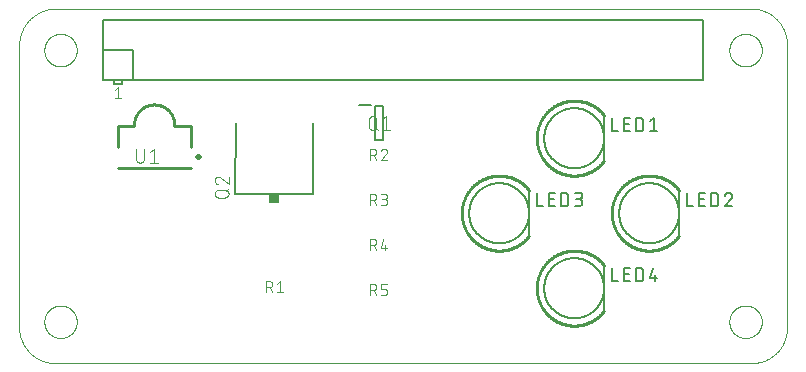
<source format=gto>
G75*
%MOIN*%
%OFA0B0*%
%FSLAX25Y25*%
%IPPOS*%
%LPD*%
%AMOC8*
5,1,8,0,0,1.08239X$1,22.5*
%
%ADD10C,0.00000*%
%ADD11C,0.00800*%
%ADD12C,0.01000*%
%ADD13C,0.00600*%
%ADD14C,0.00500*%
%ADD15C,0.00400*%
%ADD16C,0.00787*%
%ADD17R,0.03400X0.03000*%
%ADD18C,0.00300*%
D10*
X0016899Y0005000D02*
X0249166Y0005000D01*
X0249450Y0005003D01*
X0249734Y0005014D01*
X0250017Y0005031D01*
X0250301Y0005055D01*
X0250583Y0005086D01*
X0250864Y0005123D01*
X0251145Y0005168D01*
X0251424Y0005219D01*
X0251703Y0005277D01*
X0251979Y0005342D01*
X0252254Y0005413D01*
X0252527Y0005491D01*
X0252798Y0005575D01*
X0253068Y0005666D01*
X0253334Y0005764D01*
X0253599Y0005868D01*
X0253861Y0005978D01*
X0254120Y0006095D01*
X0254376Y0006218D01*
X0254629Y0006346D01*
X0254879Y0006482D01*
X0255125Y0006623D01*
X0255368Y0006770D01*
X0255608Y0006922D01*
X0255844Y0007081D01*
X0256075Y0007245D01*
X0256303Y0007415D01*
X0256527Y0007590D01*
X0256746Y0007770D01*
X0256961Y0007956D01*
X0257171Y0008147D01*
X0257377Y0008343D01*
X0257578Y0008544D01*
X0257774Y0008750D01*
X0257965Y0008960D01*
X0258151Y0009175D01*
X0258331Y0009394D01*
X0258506Y0009618D01*
X0258676Y0009846D01*
X0258840Y0010077D01*
X0258999Y0010313D01*
X0259151Y0010553D01*
X0259298Y0010796D01*
X0259439Y0011042D01*
X0259575Y0011292D01*
X0259703Y0011545D01*
X0259826Y0011801D01*
X0259943Y0012060D01*
X0260053Y0012322D01*
X0260157Y0012587D01*
X0260255Y0012853D01*
X0260346Y0013123D01*
X0260430Y0013394D01*
X0260508Y0013667D01*
X0260579Y0013942D01*
X0260644Y0014218D01*
X0260702Y0014497D01*
X0260753Y0014776D01*
X0260798Y0015057D01*
X0260835Y0015338D01*
X0260866Y0015620D01*
X0260890Y0015904D01*
X0260907Y0016187D01*
X0260918Y0016471D01*
X0260921Y0016755D01*
X0260921Y0111192D01*
X0260917Y0111482D01*
X0260907Y0111772D01*
X0260889Y0112062D01*
X0260865Y0112351D01*
X0260833Y0112640D01*
X0260795Y0112927D01*
X0260750Y0113214D01*
X0260697Y0113499D01*
X0260638Y0113783D01*
X0260572Y0114066D01*
X0260499Y0114347D01*
X0260420Y0114626D01*
X0260333Y0114903D01*
X0260240Y0115178D01*
X0260141Y0115450D01*
X0260034Y0115721D01*
X0259922Y0115988D01*
X0259803Y0116253D01*
X0259677Y0116514D01*
X0259545Y0116773D01*
X0259407Y0117028D01*
X0259263Y0117280D01*
X0259113Y0117528D01*
X0258957Y0117773D01*
X0258795Y0118014D01*
X0258627Y0118251D01*
X0258454Y0118483D01*
X0258275Y0118712D01*
X0258091Y0118936D01*
X0257901Y0119155D01*
X0257706Y0119370D01*
X0257506Y0119580D01*
X0257300Y0119786D01*
X0257090Y0119986D01*
X0256875Y0120181D01*
X0256656Y0120371D01*
X0256432Y0120555D01*
X0256203Y0120734D01*
X0255971Y0120907D01*
X0255734Y0121075D01*
X0255493Y0121237D01*
X0255248Y0121393D01*
X0255000Y0121543D01*
X0254748Y0121687D01*
X0254493Y0121825D01*
X0254234Y0121957D01*
X0253973Y0122083D01*
X0253708Y0122202D01*
X0253441Y0122314D01*
X0253170Y0122421D01*
X0252898Y0122520D01*
X0252623Y0122613D01*
X0252346Y0122700D01*
X0252067Y0122779D01*
X0251786Y0122852D01*
X0251503Y0122918D01*
X0251219Y0122977D01*
X0250934Y0123030D01*
X0250647Y0123075D01*
X0250360Y0123113D01*
X0250071Y0123145D01*
X0249782Y0123169D01*
X0249492Y0123187D01*
X0249202Y0123197D01*
X0248912Y0123201D01*
X0017261Y0123201D01*
X0016965Y0123197D01*
X0016669Y0123187D01*
X0016373Y0123169D01*
X0016078Y0123144D01*
X0015783Y0123112D01*
X0015489Y0123072D01*
X0015197Y0123026D01*
X0014905Y0122973D01*
X0014615Y0122912D01*
X0014327Y0122845D01*
X0014040Y0122770D01*
X0013755Y0122689D01*
X0013472Y0122601D01*
X0013191Y0122506D01*
X0012913Y0122404D01*
X0012637Y0122296D01*
X0012364Y0122181D01*
X0012094Y0122059D01*
X0011827Y0121931D01*
X0011563Y0121797D01*
X0011302Y0121656D01*
X0011045Y0121509D01*
X0010792Y0121355D01*
X0010542Y0121196D01*
X0010296Y0121031D01*
X0010054Y0120859D01*
X0009817Y0120682D01*
X0009583Y0120500D01*
X0009355Y0120311D01*
X0009130Y0120117D01*
X0008911Y0119918D01*
X0008697Y0119714D01*
X0008487Y0119504D01*
X0008283Y0119290D01*
X0008084Y0119071D01*
X0007890Y0118846D01*
X0007701Y0118618D01*
X0007519Y0118384D01*
X0007342Y0118147D01*
X0007170Y0117905D01*
X0007005Y0117659D01*
X0006846Y0117409D01*
X0006692Y0117156D01*
X0006545Y0116899D01*
X0006404Y0116638D01*
X0006270Y0116374D01*
X0006142Y0116107D01*
X0006020Y0115837D01*
X0005905Y0115564D01*
X0005797Y0115288D01*
X0005695Y0115010D01*
X0005600Y0114729D01*
X0005512Y0114446D01*
X0005431Y0114161D01*
X0005356Y0113874D01*
X0005289Y0113586D01*
X0005228Y0113296D01*
X0005175Y0113004D01*
X0005129Y0112712D01*
X0005089Y0112418D01*
X0005057Y0112123D01*
X0005032Y0111828D01*
X0005014Y0111532D01*
X0005004Y0111236D01*
X0005000Y0110940D01*
X0005000Y0016899D01*
X0005003Y0016611D01*
X0005014Y0016324D01*
X0005031Y0016037D01*
X0005056Y0015751D01*
X0005087Y0015465D01*
X0005125Y0015180D01*
X0005170Y0014896D01*
X0005222Y0014613D01*
X0005280Y0014331D01*
X0005346Y0014051D01*
X0005418Y0013773D01*
X0005497Y0013497D01*
X0005582Y0013222D01*
X0005675Y0012950D01*
X0005773Y0012680D01*
X0005878Y0012412D01*
X0005990Y0012147D01*
X0006108Y0011885D01*
X0006232Y0011625D01*
X0006363Y0011369D01*
X0006500Y0011116D01*
X0006642Y0010867D01*
X0006791Y0010621D01*
X0006946Y0010378D01*
X0007106Y0010140D01*
X0007273Y0009905D01*
X0007444Y0009674D01*
X0007622Y0009448D01*
X0007804Y0009226D01*
X0007992Y0009009D01*
X0008186Y0008796D01*
X0008384Y0008587D01*
X0008587Y0008384D01*
X0008796Y0008186D01*
X0009009Y0007992D01*
X0009226Y0007804D01*
X0009448Y0007622D01*
X0009674Y0007444D01*
X0009905Y0007273D01*
X0010140Y0007106D01*
X0010378Y0006946D01*
X0010621Y0006791D01*
X0010867Y0006642D01*
X0011116Y0006500D01*
X0011369Y0006363D01*
X0011625Y0006232D01*
X0011885Y0006108D01*
X0012147Y0005990D01*
X0012412Y0005878D01*
X0012680Y0005773D01*
X0012950Y0005675D01*
X0013222Y0005582D01*
X0013497Y0005497D01*
X0013773Y0005418D01*
X0014051Y0005346D01*
X0014331Y0005280D01*
X0014613Y0005222D01*
X0014896Y0005170D01*
X0015180Y0005125D01*
X0015465Y0005087D01*
X0015751Y0005056D01*
X0016037Y0005031D01*
X0016324Y0005014D01*
X0016611Y0005003D01*
X0016899Y0005000D01*
X0013367Y0018780D02*
X0013369Y0018927D01*
X0013375Y0019073D01*
X0013385Y0019219D01*
X0013399Y0019365D01*
X0013417Y0019511D01*
X0013438Y0019656D01*
X0013464Y0019800D01*
X0013494Y0019944D01*
X0013527Y0020086D01*
X0013564Y0020228D01*
X0013605Y0020369D01*
X0013650Y0020508D01*
X0013699Y0020647D01*
X0013751Y0020784D01*
X0013808Y0020919D01*
X0013867Y0021053D01*
X0013931Y0021185D01*
X0013998Y0021315D01*
X0014068Y0021444D01*
X0014142Y0021571D01*
X0014219Y0021695D01*
X0014300Y0021818D01*
X0014384Y0021938D01*
X0014471Y0022056D01*
X0014561Y0022171D01*
X0014654Y0022284D01*
X0014751Y0022395D01*
X0014850Y0022503D01*
X0014952Y0022608D01*
X0015057Y0022710D01*
X0015165Y0022809D01*
X0015276Y0022906D01*
X0015389Y0022999D01*
X0015504Y0023089D01*
X0015622Y0023176D01*
X0015742Y0023260D01*
X0015865Y0023341D01*
X0015989Y0023418D01*
X0016116Y0023492D01*
X0016245Y0023562D01*
X0016375Y0023629D01*
X0016507Y0023693D01*
X0016641Y0023752D01*
X0016776Y0023809D01*
X0016913Y0023861D01*
X0017052Y0023910D01*
X0017191Y0023955D01*
X0017332Y0023996D01*
X0017474Y0024033D01*
X0017616Y0024066D01*
X0017760Y0024096D01*
X0017904Y0024122D01*
X0018049Y0024143D01*
X0018195Y0024161D01*
X0018341Y0024175D01*
X0018487Y0024185D01*
X0018633Y0024191D01*
X0018780Y0024193D01*
X0018927Y0024191D01*
X0019073Y0024185D01*
X0019219Y0024175D01*
X0019365Y0024161D01*
X0019511Y0024143D01*
X0019656Y0024122D01*
X0019800Y0024096D01*
X0019944Y0024066D01*
X0020086Y0024033D01*
X0020228Y0023996D01*
X0020369Y0023955D01*
X0020508Y0023910D01*
X0020647Y0023861D01*
X0020784Y0023809D01*
X0020919Y0023752D01*
X0021053Y0023693D01*
X0021185Y0023629D01*
X0021315Y0023562D01*
X0021444Y0023492D01*
X0021571Y0023418D01*
X0021695Y0023341D01*
X0021818Y0023260D01*
X0021938Y0023176D01*
X0022056Y0023089D01*
X0022171Y0022999D01*
X0022284Y0022906D01*
X0022395Y0022809D01*
X0022503Y0022710D01*
X0022608Y0022608D01*
X0022710Y0022503D01*
X0022809Y0022395D01*
X0022906Y0022284D01*
X0022999Y0022171D01*
X0023089Y0022056D01*
X0023176Y0021938D01*
X0023260Y0021818D01*
X0023341Y0021695D01*
X0023418Y0021571D01*
X0023492Y0021444D01*
X0023562Y0021315D01*
X0023629Y0021185D01*
X0023693Y0021053D01*
X0023752Y0020919D01*
X0023809Y0020784D01*
X0023861Y0020647D01*
X0023910Y0020508D01*
X0023955Y0020369D01*
X0023996Y0020228D01*
X0024033Y0020086D01*
X0024066Y0019944D01*
X0024096Y0019800D01*
X0024122Y0019656D01*
X0024143Y0019511D01*
X0024161Y0019365D01*
X0024175Y0019219D01*
X0024185Y0019073D01*
X0024191Y0018927D01*
X0024193Y0018780D01*
X0024191Y0018633D01*
X0024185Y0018487D01*
X0024175Y0018341D01*
X0024161Y0018195D01*
X0024143Y0018049D01*
X0024122Y0017904D01*
X0024096Y0017760D01*
X0024066Y0017616D01*
X0024033Y0017474D01*
X0023996Y0017332D01*
X0023955Y0017191D01*
X0023910Y0017052D01*
X0023861Y0016913D01*
X0023809Y0016776D01*
X0023752Y0016641D01*
X0023693Y0016507D01*
X0023629Y0016375D01*
X0023562Y0016245D01*
X0023492Y0016116D01*
X0023418Y0015989D01*
X0023341Y0015865D01*
X0023260Y0015742D01*
X0023176Y0015622D01*
X0023089Y0015504D01*
X0022999Y0015389D01*
X0022906Y0015276D01*
X0022809Y0015165D01*
X0022710Y0015057D01*
X0022608Y0014952D01*
X0022503Y0014850D01*
X0022395Y0014751D01*
X0022284Y0014654D01*
X0022171Y0014561D01*
X0022056Y0014471D01*
X0021938Y0014384D01*
X0021818Y0014300D01*
X0021695Y0014219D01*
X0021571Y0014142D01*
X0021444Y0014068D01*
X0021315Y0013998D01*
X0021185Y0013931D01*
X0021053Y0013867D01*
X0020919Y0013808D01*
X0020784Y0013751D01*
X0020647Y0013699D01*
X0020508Y0013650D01*
X0020369Y0013605D01*
X0020228Y0013564D01*
X0020086Y0013527D01*
X0019944Y0013494D01*
X0019800Y0013464D01*
X0019656Y0013438D01*
X0019511Y0013417D01*
X0019365Y0013399D01*
X0019219Y0013385D01*
X0019073Y0013375D01*
X0018927Y0013369D01*
X0018780Y0013367D01*
X0018633Y0013369D01*
X0018487Y0013375D01*
X0018341Y0013385D01*
X0018195Y0013399D01*
X0018049Y0013417D01*
X0017904Y0013438D01*
X0017760Y0013464D01*
X0017616Y0013494D01*
X0017474Y0013527D01*
X0017332Y0013564D01*
X0017191Y0013605D01*
X0017052Y0013650D01*
X0016913Y0013699D01*
X0016776Y0013751D01*
X0016641Y0013808D01*
X0016507Y0013867D01*
X0016375Y0013931D01*
X0016245Y0013998D01*
X0016116Y0014068D01*
X0015989Y0014142D01*
X0015865Y0014219D01*
X0015742Y0014300D01*
X0015622Y0014384D01*
X0015504Y0014471D01*
X0015389Y0014561D01*
X0015276Y0014654D01*
X0015165Y0014751D01*
X0015057Y0014850D01*
X0014952Y0014952D01*
X0014850Y0015057D01*
X0014751Y0015165D01*
X0014654Y0015276D01*
X0014561Y0015389D01*
X0014471Y0015504D01*
X0014384Y0015622D01*
X0014300Y0015742D01*
X0014219Y0015865D01*
X0014142Y0015989D01*
X0014068Y0016116D01*
X0013998Y0016245D01*
X0013931Y0016375D01*
X0013867Y0016507D01*
X0013808Y0016641D01*
X0013751Y0016776D01*
X0013699Y0016913D01*
X0013650Y0017052D01*
X0013605Y0017191D01*
X0013564Y0017332D01*
X0013527Y0017474D01*
X0013494Y0017616D01*
X0013464Y0017760D01*
X0013438Y0017904D01*
X0013417Y0018049D01*
X0013399Y0018195D01*
X0013385Y0018341D01*
X0013375Y0018487D01*
X0013369Y0018633D01*
X0013367Y0018780D01*
X0013367Y0109331D02*
X0013369Y0109478D01*
X0013375Y0109624D01*
X0013385Y0109770D01*
X0013399Y0109916D01*
X0013417Y0110062D01*
X0013438Y0110207D01*
X0013464Y0110351D01*
X0013494Y0110495D01*
X0013527Y0110637D01*
X0013564Y0110779D01*
X0013605Y0110920D01*
X0013650Y0111059D01*
X0013699Y0111198D01*
X0013751Y0111335D01*
X0013808Y0111470D01*
X0013867Y0111604D01*
X0013931Y0111736D01*
X0013998Y0111866D01*
X0014068Y0111995D01*
X0014142Y0112122D01*
X0014219Y0112246D01*
X0014300Y0112369D01*
X0014384Y0112489D01*
X0014471Y0112607D01*
X0014561Y0112722D01*
X0014654Y0112835D01*
X0014751Y0112946D01*
X0014850Y0113054D01*
X0014952Y0113159D01*
X0015057Y0113261D01*
X0015165Y0113360D01*
X0015276Y0113457D01*
X0015389Y0113550D01*
X0015504Y0113640D01*
X0015622Y0113727D01*
X0015742Y0113811D01*
X0015865Y0113892D01*
X0015989Y0113969D01*
X0016116Y0114043D01*
X0016245Y0114113D01*
X0016375Y0114180D01*
X0016507Y0114244D01*
X0016641Y0114303D01*
X0016776Y0114360D01*
X0016913Y0114412D01*
X0017052Y0114461D01*
X0017191Y0114506D01*
X0017332Y0114547D01*
X0017474Y0114584D01*
X0017616Y0114617D01*
X0017760Y0114647D01*
X0017904Y0114673D01*
X0018049Y0114694D01*
X0018195Y0114712D01*
X0018341Y0114726D01*
X0018487Y0114736D01*
X0018633Y0114742D01*
X0018780Y0114744D01*
X0018927Y0114742D01*
X0019073Y0114736D01*
X0019219Y0114726D01*
X0019365Y0114712D01*
X0019511Y0114694D01*
X0019656Y0114673D01*
X0019800Y0114647D01*
X0019944Y0114617D01*
X0020086Y0114584D01*
X0020228Y0114547D01*
X0020369Y0114506D01*
X0020508Y0114461D01*
X0020647Y0114412D01*
X0020784Y0114360D01*
X0020919Y0114303D01*
X0021053Y0114244D01*
X0021185Y0114180D01*
X0021315Y0114113D01*
X0021444Y0114043D01*
X0021571Y0113969D01*
X0021695Y0113892D01*
X0021818Y0113811D01*
X0021938Y0113727D01*
X0022056Y0113640D01*
X0022171Y0113550D01*
X0022284Y0113457D01*
X0022395Y0113360D01*
X0022503Y0113261D01*
X0022608Y0113159D01*
X0022710Y0113054D01*
X0022809Y0112946D01*
X0022906Y0112835D01*
X0022999Y0112722D01*
X0023089Y0112607D01*
X0023176Y0112489D01*
X0023260Y0112369D01*
X0023341Y0112246D01*
X0023418Y0112122D01*
X0023492Y0111995D01*
X0023562Y0111866D01*
X0023629Y0111736D01*
X0023693Y0111604D01*
X0023752Y0111470D01*
X0023809Y0111335D01*
X0023861Y0111198D01*
X0023910Y0111059D01*
X0023955Y0110920D01*
X0023996Y0110779D01*
X0024033Y0110637D01*
X0024066Y0110495D01*
X0024096Y0110351D01*
X0024122Y0110207D01*
X0024143Y0110062D01*
X0024161Y0109916D01*
X0024175Y0109770D01*
X0024185Y0109624D01*
X0024191Y0109478D01*
X0024193Y0109331D01*
X0024191Y0109184D01*
X0024185Y0109038D01*
X0024175Y0108892D01*
X0024161Y0108746D01*
X0024143Y0108600D01*
X0024122Y0108455D01*
X0024096Y0108311D01*
X0024066Y0108167D01*
X0024033Y0108025D01*
X0023996Y0107883D01*
X0023955Y0107742D01*
X0023910Y0107603D01*
X0023861Y0107464D01*
X0023809Y0107327D01*
X0023752Y0107192D01*
X0023693Y0107058D01*
X0023629Y0106926D01*
X0023562Y0106796D01*
X0023492Y0106667D01*
X0023418Y0106540D01*
X0023341Y0106416D01*
X0023260Y0106293D01*
X0023176Y0106173D01*
X0023089Y0106055D01*
X0022999Y0105940D01*
X0022906Y0105827D01*
X0022809Y0105716D01*
X0022710Y0105608D01*
X0022608Y0105503D01*
X0022503Y0105401D01*
X0022395Y0105302D01*
X0022284Y0105205D01*
X0022171Y0105112D01*
X0022056Y0105022D01*
X0021938Y0104935D01*
X0021818Y0104851D01*
X0021695Y0104770D01*
X0021571Y0104693D01*
X0021444Y0104619D01*
X0021315Y0104549D01*
X0021185Y0104482D01*
X0021053Y0104418D01*
X0020919Y0104359D01*
X0020784Y0104302D01*
X0020647Y0104250D01*
X0020508Y0104201D01*
X0020369Y0104156D01*
X0020228Y0104115D01*
X0020086Y0104078D01*
X0019944Y0104045D01*
X0019800Y0104015D01*
X0019656Y0103989D01*
X0019511Y0103968D01*
X0019365Y0103950D01*
X0019219Y0103936D01*
X0019073Y0103926D01*
X0018927Y0103920D01*
X0018780Y0103918D01*
X0018633Y0103920D01*
X0018487Y0103926D01*
X0018341Y0103936D01*
X0018195Y0103950D01*
X0018049Y0103968D01*
X0017904Y0103989D01*
X0017760Y0104015D01*
X0017616Y0104045D01*
X0017474Y0104078D01*
X0017332Y0104115D01*
X0017191Y0104156D01*
X0017052Y0104201D01*
X0016913Y0104250D01*
X0016776Y0104302D01*
X0016641Y0104359D01*
X0016507Y0104418D01*
X0016375Y0104482D01*
X0016245Y0104549D01*
X0016116Y0104619D01*
X0015989Y0104693D01*
X0015865Y0104770D01*
X0015742Y0104851D01*
X0015622Y0104935D01*
X0015504Y0105022D01*
X0015389Y0105112D01*
X0015276Y0105205D01*
X0015165Y0105302D01*
X0015057Y0105401D01*
X0014952Y0105503D01*
X0014850Y0105608D01*
X0014751Y0105716D01*
X0014654Y0105827D01*
X0014561Y0105940D01*
X0014471Y0106055D01*
X0014384Y0106173D01*
X0014300Y0106293D01*
X0014219Y0106416D01*
X0014142Y0106540D01*
X0014068Y0106667D01*
X0013998Y0106796D01*
X0013931Y0106926D01*
X0013867Y0107058D01*
X0013808Y0107192D01*
X0013751Y0107327D01*
X0013699Y0107464D01*
X0013650Y0107603D01*
X0013605Y0107742D01*
X0013564Y0107883D01*
X0013527Y0108025D01*
X0013494Y0108167D01*
X0013464Y0108311D01*
X0013438Y0108455D01*
X0013417Y0108600D01*
X0013399Y0108746D01*
X0013385Y0108892D01*
X0013375Y0109038D01*
X0013369Y0109184D01*
X0013367Y0109331D01*
X0241713Y0109331D02*
X0241715Y0109478D01*
X0241721Y0109624D01*
X0241731Y0109770D01*
X0241745Y0109916D01*
X0241763Y0110062D01*
X0241784Y0110207D01*
X0241810Y0110351D01*
X0241840Y0110495D01*
X0241873Y0110637D01*
X0241910Y0110779D01*
X0241951Y0110920D01*
X0241996Y0111059D01*
X0242045Y0111198D01*
X0242097Y0111335D01*
X0242154Y0111470D01*
X0242213Y0111604D01*
X0242277Y0111736D01*
X0242344Y0111866D01*
X0242414Y0111995D01*
X0242488Y0112122D01*
X0242565Y0112246D01*
X0242646Y0112369D01*
X0242730Y0112489D01*
X0242817Y0112607D01*
X0242907Y0112722D01*
X0243000Y0112835D01*
X0243097Y0112946D01*
X0243196Y0113054D01*
X0243298Y0113159D01*
X0243403Y0113261D01*
X0243511Y0113360D01*
X0243622Y0113457D01*
X0243735Y0113550D01*
X0243850Y0113640D01*
X0243968Y0113727D01*
X0244088Y0113811D01*
X0244211Y0113892D01*
X0244335Y0113969D01*
X0244462Y0114043D01*
X0244591Y0114113D01*
X0244721Y0114180D01*
X0244853Y0114244D01*
X0244987Y0114303D01*
X0245122Y0114360D01*
X0245259Y0114412D01*
X0245398Y0114461D01*
X0245537Y0114506D01*
X0245678Y0114547D01*
X0245820Y0114584D01*
X0245962Y0114617D01*
X0246106Y0114647D01*
X0246250Y0114673D01*
X0246395Y0114694D01*
X0246541Y0114712D01*
X0246687Y0114726D01*
X0246833Y0114736D01*
X0246979Y0114742D01*
X0247126Y0114744D01*
X0247273Y0114742D01*
X0247419Y0114736D01*
X0247565Y0114726D01*
X0247711Y0114712D01*
X0247857Y0114694D01*
X0248002Y0114673D01*
X0248146Y0114647D01*
X0248290Y0114617D01*
X0248432Y0114584D01*
X0248574Y0114547D01*
X0248715Y0114506D01*
X0248854Y0114461D01*
X0248993Y0114412D01*
X0249130Y0114360D01*
X0249265Y0114303D01*
X0249399Y0114244D01*
X0249531Y0114180D01*
X0249661Y0114113D01*
X0249790Y0114043D01*
X0249917Y0113969D01*
X0250041Y0113892D01*
X0250164Y0113811D01*
X0250284Y0113727D01*
X0250402Y0113640D01*
X0250517Y0113550D01*
X0250630Y0113457D01*
X0250741Y0113360D01*
X0250849Y0113261D01*
X0250954Y0113159D01*
X0251056Y0113054D01*
X0251155Y0112946D01*
X0251252Y0112835D01*
X0251345Y0112722D01*
X0251435Y0112607D01*
X0251522Y0112489D01*
X0251606Y0112369D01*
X0251687Y0112246D01*
X0251764Y0112122D01*
X0251838Y0111995D01*
X0251908Y0111866D01*
X0251975Y0111736D01*
X0252039Y0111604D01*
X0252098Y0111470D01*
X0252155Y0111335D01*
X0252207Y0111198D01*
X0252256Y0111059D01*
X0252301Y0110920D01*
X0252342Y0110779D01*
X0252379Y0110637D01*
X0252412Y0110495D01*
X0252442Y0110351D01*
X0252468Y0110207D01*
X0252489Y0110062D01*
X0252507Y0109916D01*
X0252521Y0109770D01*
X0252531Y0109624D01*
X0252537Y0109478D01*
X0252539Y0109331D01*
X0252537Y0109184D01*
X0252531Y0109038D01*
X0252521Y0108892D01*
X0252507Y0108746D01*
X0252489Y0108600D01*
X0252468Y0108455D01*
X0252442Y0108311D01*
X0252412Y0108167D01*
X0252379Y0108025D01*
X0252342Y0107883D01*
X0252301Y0107742D01*
X0252256Y0107603D01*
X0252207Y0107464D01*
X0252155Y0107327D01*
X0252098Y0107192D01*
X0252039Y0107058D01*
X0251975Y0106926D01*
X0251908Y0106796D01*
X0251838Y0106667D01*
X0251764Y0106540D01*
X0251687Y0106416D01*
X0251606Y0106293D01*
X0251522Y0106173D01*
X0251435Y0106055D01*
X0251345Y0105940D01*
X0251252Y0105827D01*
X0251155Y0105716D01*
X0251056Y0105608D01*
X0250954Y0105503D01*
X0250849Y0105401D01*
X0250741Y0105302D01*
X0250630Y0105205D01*
X0250517Y0105112D01*
X0250402Y0105022D01*
X0250284Y0104935D01*
X0250164Y0104851D01*
X0250041Y0104770D01*
X0249917Y0104693D01*
X0249790Y0104619D01*
X0249661Y0104549D01*
X0249531Y0104482D01*
X0249399Y0104418D01*
X0249265Y0104359D01*
X0249130Y0104302D01*
X0248993Y0104250D01*
X0248854Y0104201D01*
X0248715Y0104156D01*
X0248574Y0104115D01*
X0248432Y0104078D01*
X0248290Y0104045D01*
X0248146Y0104015D01*
X0248002Y0103989D01*
X0247857Y0103968D01*
X0247711Y0103950D01*
X0247565Y0103936D01*
X0247419Y0103926D01*
X0247273Y0103920D01*
X0247126Y0103918D01*
X0246979Y0103920D01*
X0246833Y0103926D01*
X0246687Y0103936D01*
X0246541Y0103950D01*
X0246395Y0103968D01*
X0246250Y0103989D01*
X0246106Y0104015D01*
X0245962Y0104045D01*
X0245820Y0104078D01*
X0245678Y0104115D01*
X0245537Y0104156D01*
X0245398Y0104201D01*
X0245259Y0104250D01*
X0245122Y0104302D01*
X0244987Y0104359D01*
X0244853Y0104418D01*
X0244721Y0104482D01*
X0244591Y0104549D01*
X0244462Y0104619D01*
X0244335Y0104693D01*
X0244211Y0104770D01*
X0244088Y0104851D01*
X0243968Y0104935D01*
X0243850Y0105022D01*
X0243735Y0105112D01*
X0243622Y0105205D01*
X0243511Y0105302D01*
X0243403Y0105401D01*
X0243298Y0105503D01*
X0243196Y0105608D01*
X0243097Y0105716D01*
X0243000Y0105827D01*
X0242907Y0105940D01*
X0242817Y0106055D01*
X0242730Y0106173D01*
X0242646Y0106293D01*
X0242565Y0106416D01*
X0242488Y0106540D01*
X0242414Y0106667D01*
X0242344Y0106796D01*
X0242277Y0106926D01*
X0242213Y0107058D01*
X0242154Y0107192D01*
X0242097Y0107327D01*
X0242045Y0107464D01*
X0241996Y0107603D01*
X0241951Y0107742D01*
X0241910Y0107883D01*
X0241873Y0108025D01*
X0241840Y0108167D01*
X0241810Y0108311D01*
X0241784Y0108455D01*
X0241763Y0108600D01*
X0241745Y0108746D01*
X0241731Y0108892D01*
X0241721Y0109038D01*
X0241715Y0109184D01*
X0241713Y0109331D01*
X0241713Y0018780D02*
X0241715Y0018927D01*
X0241721Y0019073D01*
X0241731Y0019219D01*
X0241745Y0019365D01*
X0241763Y0019511D01*
X0241784Y0019656D01*
X0241810Y0019800D01*
X0241840Y0019944D01*
X0241873Y0020086D01*
X0241910Y0020228D01*
X0241951Y0020369D01*
X0241996Y0020508D01*
X0242045Y0020647D01*
X0242097Y0020784D01*
X0242154Y0020919D01*
X0242213Y0021053D01*
X0242277Y0021185D01*
X0242344Y0021315D01*
X0242414Y0021444D01*
X0242488Y0021571D01*
X0242565Y0021695D01*
X0242646Y0021818D01*
X0242730Y0021938D01*
X0242817Y0022056D01*
X0242907Y0022171D01*
X0243000Y0022284D01*
X0243097Y0022395D01*
X0243196Y0022503D01*
X0243298Y0022608D01*
X0243403Y0022710D01*
X0243511Y0022809D01*
X0243622Y0022906D01*
X0243735Y0022999D01*
X0243850Y0023089D01*
X0243968Y0023176D01*
X0244088Y0023260D01*
X0244211Y0023341D01*
X0244335Y0023418D01*
X0244462Y0023492D01*
X0244591Y0023562D01*
X0244721Y0023629D01*
X0244853Y0023693D01*
X0244987Y0023752D01*
X0245122Y0023809D01*
X0245259Y0023861D01*
X0245398Y0023910D01*
X0245537Y0023955D01*
X0245678Y0023996D01*
X0245820Y0024033D01*
X0245962Y0024066D01*
X0246106Y0024096D01*
X0246250Y0024122D01*
X0246395Y0024143D01*
X0246541Y0024161D01*
X0246687Y0024175D01*
X0246833Y0024185D01*
X0246979Y0024191D01*
X0247126Y0024193D01*
X0247273Y0024191D01*
X0247419Y0024185D01*
X0247565Y0024175D01*
X0247711Y0024161D01*
X0247857Y0024143D01*
X0248002Y0024122D01*
X0248146Y0024096D01*
X0248290Y0024066D01*
X0248432Y0024033D01*
X0248574Y0023996D01*
X0248715Y0023955D01*
X0248854Y0023910D01*
X0248993Y0023861D01*
X0249130Y0023809D01*
X0249265Y0023752D01*
X0249399Y0023693D01*
X0249531Y0023629D01*
X0249661Y0023562D01*
X0249790Y0023492D01*
X0249917Y0023418D01*
X0250041Y0023341D01*
X0250164Y0023260D01*
X0250284Y0023176D01*
X0250402Y0023089D01*
X0250517Y0022999D01*
X0250630Y0022906D01*
X0250741Y0022809D01*
X0250849Y0022710D01*
X0250954Y0022608D01*
X0251056Y0022503D01*
X0251155Y0022395D01*
X0251252Y0022284D01*
X0251345Y0022171D01*
X0251435Y0022056D01*
X0251522Y0021938D01*
X0251606Y0021818D01*
X0251687Y0021695D01*
X0251764Y0021571D01*
X0251838Y0021444D01*
X0251908Y0021315D01*
X0251975Y0021185D01*
X0252039Y0021053D01*
X0252098Y0020919D01*
X0252155Y0020784D01*
X0252207Y0020647D01*
X0252256Y0020508D01*
X0252301Y0020369D01*
X0252342Y0020228D01*
X0252379Y0020086D01*
X0252412Y0019944D01*
X0252442Y0019800D01*
X0252468Y0019656D01*
X0252489Y0019511D01*
X0252507Y0019365D01*
X0252521Y0019219D01*
X0252531Y0019073D01*
X0252537Y0018927D01*
X0252539Y0018780D01*
X0252537Y0018633D01*
X0252531Y0018487D01*
X0252521Y0018341D01*
X0252507Y0018195D01*
X0252489Y0018049D01*
X0252468Y0017904D01*
X0252442Y0017760D01*
X0252412Y0017616D01*
X0252379Y0017474D01*
X0252342Y0017332D01*
X0252301Y0017191D01*
X0252256Y0017052D01*
X0252207Y0016913D01*
X0252155Y0016776D01*
X0252098Y0016641D01*
X0252039Y0016507D01*
X0251975Y0016375D01*
X0251908Y0016245D01*
X0251838Y0016116D01*
X0251764Y0015989D01*
X0251687Y0015865D01*
X0251606Y0015742D01*
X0251522Y0015622D01*
X0251435Y0015504D01*
X0251345Y0015389D01*
X0251252Y0015276D01*
X0251155Y0015165D01*
X0251056Y0015057D01*
X0250954Y0014952D01*
X0250849Y0014850D01*
X0250741Y0014751D01*
X0250630Y0014654D01*
X0250517Y0014561D01*
X0250402Y0014471D01*
X0250284Y0014384D01*
X0250164Y0014300D01*
X0250041Y0014219D01*
X0249917Y0014142D01*
X0249790Y0014068D01*
X0249661Y0013998D01*
X0249531Y0013931D01*
X0249399Y0013867D01*
X0249265Y0013808D01*
X0249130Y0013751D01*
X0248993Y0013699D01*
X0248854Y0013650D01*
X0248715Y0013605D01*
X0248574Y0013564D01*
X0248432Y0013527D01*
X0248290Y0013494D01*
X0248146Y0013464D01*
X0248002Y0013438D01*
X0247857Y0013417D01*
X0247711Y0013399D01*
X0247565Y0013385D01*
X0247419Y0013375D01*
X0247273Y0013369D01*
X0247126Y0013367D01*
X0246979Y0013369D01*
X0246833Y0013375D01*
X0246687Y0013385D01*
X0246541Y0013399D01*
X0246395Y0013417D01*
X0246250Y0013438D01*
X0246106Y0013464D01*
X0245962Y0013494D01*
X0245820Y0013527D01*
X0245678Y0013564D01*
X0245537Y0013605D01*
X0245398Y0013650D01*
X0245259Y0013699D01*
X0245122Y0013751D01*
X0244987Y0013808D01*
X0244853Y0013867D01*
X0244721Y0013931D01*
X0244591Y0013998D01*
X0244462Y0014068D01*
X0244335Y0014142D01*
X0244211Y0014219D01*
X0244088Y0014300D01*
X0243968Y0014384D01*
X0243850Y0014471D01*
X0243735Y0014561D01*
X0243622Y0014654D01*
X0243511Y0014751D01*
X0243403Y0014850D01*
X0243298Y0014952D01*
X0243196Y0015057D01*
X0243097Y0015165D01*
X0243000Y0015276D01*
X0242907Y0015389D01*
X0242817Y0015504D01*
X0242730Y0015622D01*
X0242646Y0015742D01*
X0242565Y0015865D01*
X0242488Y0015989D01*
X0242414Y0016116D01*
X0242344Y0016245D01*
X0242277Y0016375D01*
X0242213Y0016507D01*
X0242154Y0016641D01*
X0242097Y0016776D01*
X0242045Y0016913D01*
X0241996Y0017052D01*
X0241951Y0017191D01*
X0241910Y0017332D01*
X0241873Y0017474D01*
X0241840Y0017616D01*
X0241810Y0017760D01*
X0241784Y0017904D01*
X0241763Y0018049D01*
X0241745Y0018195D01*
X0241731Y0018341D01*
X0241721Y0018487D01*
X0241715Y0018633D01*
X0241713Y0018780D01*
D11*
X0200000Y0022500D02*
X0200000Y0037500D01*
X0225000Y0047500D02*
X0225000Y0062500D01*
X0200000Y0072500D02*
X0200000Y0087500D01*
X0175000Y0062500D02*
X0175000Y0047500D01*
X0102902Y0061500D02*
X0077098Y0061500D01*
X0077100Y0085100D01*
X0102900Y0085100D02*
X0102902Y0061500D01*
D12*
X0064070Y0073886D02*
X0064072Y0073932D01*
X0064078Y0073977D01*
X0064088Y0074022D01*
X0064102Y0074065D01*
X0064119Y0074107D01*
X0064140Y0074148D01*
X0064165Y0074187D01*
X0064193Y0074223D01*
X0064223Y0074257D01*
X0064257Y0074287D01*
X0064293Y0074315D01*
X0064332Y0074340D01*
X0064373Y0074361D01*
X0064415Y0074378D01*
X0064458Y0074392D01*
X0064503Y0074402D01*
X0064548Y0074408D01*
X0064594Y0074410D01*
X0064640Y0074408D01*
X0064685Y0074402D01*
X0064730Y0074392D01*
X0064773Y0074378D01*
X0064815Y0074361D01*
X0064856Y0074340D01*
X0064895Y0074315D01*
X0064931Y0074287D01*
X0064965Y0074257D01*
X0064995Y0074223D01*
X0065023Y0074187D01*
X0065048Y0074148D01*
X0065069Y0074107D01*
X0065086Y0074065D01*
X0065100Y0074022D01*
X0065110Y0073977D01*
X0065116Y0073932D01*
X0065118Y0073886D01*
X0065116Y0073840D01*
X0065110Y0073795D01*
X0065100Y0073750D01*
X0065086Y0073707D01*
X0065069Y0073665D01*
X0065048Y0073624D01*
X0065023Y0073585D01*
X0064995Y0073549D01*
X0064965Y0073515D01*
X0064931Y0073485D01*
X0064895Y0073457D01*
X0064856Y0073432D01*
X0064815Y0073411D01*
X0064773Y0073394D01*
X0064730Y0073380D01*
X0064685Y0073370D01*
X0064640Y0073364D01*
X0064594Y0073362D01*
X0064548Y0073364D01*
X0064503Y0073370D01*
X0064458Y0073380D01*
X0064415Y0073394D01*
X0064373Y0073411D01*
X0064332Y0073432D01*
X0064293Y0073457D01*
X0064257Y0073485D01*
X0064223Y0073515D01*
X0064193Y0073549D01*
X0064165Y0073585D01*
X0064140Y0073624D01*
X0064119Y0073665D01*
X0064102Y0073707D01*
X0064088Y0073750D01*
X0064078Y0073795D01*
X0064072Y0073840D01*
X0064070Y0073886D01*
X0062205Y0077087D02*
X0062205Y0084173D01*
X0056701Y0084173D01*
X0056693Y0084173D02*
X0056700Y0084336D01*
X0056702Y0084500D01*
X0056700Y0084663D01*
X0056695Y0084827D01*
X0056685Y0084990D01*
X0056672Y0085153D01*
X0056654Y0085316D01*
X0056633Y0085478D01*
X0056608Y0085639D01*
X0056578Y0085800D01*
X0056545Y0085960D01*
X0056508Y0086119D01*
X0056467Y0086278D01*
X0056422Y0086435D01*
X0056373Y0086591D01*
X0056321Y0086746D01*
X0056265Y0086899D01*
X0056205Y0087051D01*
X0056141Y0087202D01*
X0056074Y0087351D01*
X0056003Y0087498D01*
X0055928Y0087644D01*
X0055850Y0087787D01*
X0055769Y0087929D01*
X0055684Y0088069D01*
X0055596Y0088206D01*
X0055504Y0088342D01*
X0055409Y0088475D01*
X0055311Y0088606D01*
X0055210Y0088734D01*
X0055105Y0088860D01*
X0054998Y0088983D01*
X0054888Y0089104D01*
X0054774Y0089222D01*
X0054658Y0089337D01*
X0054539Y0089449D01*
X0054417Y0089558D01*
X0054293Y0089664D01*
X0054166Y0089768D01*
X0054037Y0089868D01*
X0053905Y0089965D01*
X0053771Y0090058D01*
X0053635Y0090148D01*
X0053497Y0090235D01*
X0053356Y0090319D01*
X0053214Y0090399D01*
X0053069Y0090476D01*
X0052923Y0090549D01*
X0052775Y0090618D01*
X0052625Y0090684D01*
X0052474Y0090747D01*
X0052322Y0090805D01*
X0052168Y0090860D01*
X0052012Y0090911D01*
X0051856Y0090958D01*
X0051698Y0091001D01*
X0051539Y0091041D01*
X0051380Y0091076D01*
X0051219Y0091108D01*
X0051058Y0091136D01*
X0050897Y0091160D01*
X0050734Y0091180D01*
X0050572Y0091196D01*
X0050408Y0091208D01*
X0050245Y0091216D01*
X0050082Y0091220D01*
X0049918Y0091220D01*
X0049755Y0091216D01*
X0049592Y0091208D01*
X0049428Y0091196D01*
X0049266Y0091180D01*
X0049103Y0091160D01*
X0048942Y0091136D01*
X0048781Y0091108D01*
X0048620Y0091076D01*
X0048461Y0091041D01*
X0048302Y0091001D01*
X0048144Y0090958D01*
X0047988Y0090911D01*
X0047832Y0090860D01*
X0047678Y0090805D01*
X0047526Y0090747D01*
X0047375Y0090684D01*
X0047225Y0090618D01*
X0047077Y0090549D01*
X0046931Y0090476D01*
X0046786Y0090399D01*
X0046644Y0090319D01*
X0046503Y0090235D01*
X0046365Y0090148D01*
X0046229Y0090058D01*
X0046095Y0089965D01*
X0045963Y0089868D01*
X0045834Y0089768D01*
X0045707Y0089664D01*
X0045583Y0089558D01*
X0045461Y0089449D01*
X0045342Y0089337D01*
X0045226Y0089222D01*
X0045112Y0089104D01*
X0045002Y0088983D01*
X0044895Y0088860D01*
X0044790Y0088734D01*
X0044689Y0088606D01*
X0044591Y0088475D01*
X0044496Y0088342D01*
X0044404Y0088206D01*
X0044316Y0088069D01*
X0044231Y0087929D01*
X0044150Y0087787D01*
X0044072Y0087644D01*
X0043997Y0087498D01*
X0043926Y0087351D01*
X0043859Y0087202D01*
X0043795Y0087051D01*
X0043735Y0086899D01*
X0043679Y0086746D01*
X0043627Y0086591D01*
X0043578Y0086435D01*
X0043533Y0086278D01*
X0043492Y0086119D01*
X0043455Y0085960D01*
X0043422Y0085800D01*
X0043392Y0085639D01*
X0043367Y0085478D01*
X0043346Y0085316D01*
X0043328Y0085153D01*
X0043315Y0084990D01*
X0043305Y0084827D01*
X0043300Y0084663D01*
X0043298Y0084500D01*
X0043300Y0084336D01*
X0043307Y0084173D01*
X0037795Y0084173D01*
X0037795Y0077087D01*
X0037795Y0070000D02*
X0062205Y0070000D01*
X0175000Y0062500D02*
X0174813Y0062743D01*
X0174621Y0062981D01*
X0174422Y0063214D01*
X0174218Y0063442D01*
X0174009Y0063665D01*
X0173794Y0063883D01*
X0173574Y0064096D01*
X0173349Y0064303D01*
X0173118Y0064505D01*
X0172883Y0064701D01*
X0172643Y0064891D01*
X0172399Y0065075D01*
X0172150Y0065253D01*
X0171896Y0065425D01*
X0171639Y0065591D01*
X0171378Y0065751D01*
X0171113Y0065904D01*
X0170844Y0066050D01*
X0170571Y0066190D01*
X0170296Y0066323D01*
X0170017Y0066449D01*
X0169735Y0066569D01*
X0169450Y0066681D01*
X0169163Y0066786D01*
X0168873Y0066885D01*
X0168581Y0066976D01*
X0168286Y0067060D01*
X0167990Y0067137D01*
X0167692Y0067207D01*
X0167392Y0067269D01*
X0167091Y0067324D01*
X0166789Y0067371D01*
X0166485Y0067411D01*
X0166181Y0067444D01*
X0165876Y0067469D01*
X0165570Y0067487D01*
X0165264Y0067497D01*
X0164958Y0067500D01*
X0164652Y0067495D01*
X0164346Y0067483D01*
X0164040Y0067463D01*
X0163736Y0067436D01*
X0163431Y0067401D01*
X0163128Y0067359D01*
X0162826Y0067310D01*
X0162525Y0067253D01*
X0162226Y0067188D01*
X0161928Y0067117D01*
X0161633Y0067038D01*
X0161339Y0066952D01*
X0161047Y0066859D01*
X0160758Y0066758D01*
X0160471Y0066651D01*
X0160187Y0066536D01*
X0159906Y0066415D01*
X0159628Y0066287D01*
X0159353Y0066152D01*
X0159082Y0066010D01*
X0158814Y0065862D01*
X0158550Y0065707D01*
X0158290Y0065546D01*
X0158034Y0065379D01*
X0157781Y0065205D01*
X0157534Y0065025D01*
X0157290Y0064839D01*
X0157052Y0064648D01*
X0156818Y0064450D01*
X0156589Y0064247D01*
X0156365Y0064038D01*
X0156146Y0063824D01*
X0155933Y0063604D01*
X0155725Y0063380D01*
X0155522Y0063150D01*
X0155326Y0062916D01*
X0155135Y0062676D01*
X0154950Y0062433D01*
X0154771Y0062184D01*
X0154598Y0061932D01*
X0154431Y0061675D01*
X0154271Y0061414D01*
X0154117Y0061149D01*
X0153970Y0060881D01*
X0153829Y0060609D01*
X0153695Y0060334D01*
X0153568Y0060055D01*
X0153447Y0059774D01*
X0153334Y0059489D01*
X0153228Y0059202D01*
X0153128Y0058913D01*
X0153036Y0058621D01*
X0152951Y0058327D01*
X0152873Y0058031D01*
X0152802Y0057733D01*
X0152739Y0057433D01*
X0152683Y0057132D01*
X0152635Y0056830D01*
X0152594Y0056527D01*
X0152560Y0056223D01*
X0152534Y0055918D01*
X0152515Y0055612D01*
X0152504Y0055306D01*
X0152500Y0055000D01*
X0152504Y0054694D01*
X0152515Y0054388D01*
X0152534Y0054082D01*
X0152560Y0053777D01*
X0152594Y0053473D01*
X0152635Y0053170D01*
X0152683Y0052868D01*
X0152739Y0052567D01*
X0152802Y0052267D01*
X0152873Y0051969D01*
X0152951Y0051673D01*
X0153036Y0051379D01*
X0153128Y0051087D01*
X0153228Y0050798D01*
X0153334Y0050511D01*
X0153447Y0050226D01*
X0153568Y0049945D01*
X0153695Y0049666D01*
X0153829Y0049391D01*
X0153970Y0049119D01*
X0154117Y0048851D01*
X0154271Y0048586D01*
X0154431Y0048325D01*
X0154598Y0048068D01*
X0154771Y0047816D01*
X0154950Y0047567D01*
X0155135Y0047324D01*
X0155326Y0047084D01*
X0155522Y0046850D01*
X0155725Y0046620D01*
X0155933Y0046396D01*
X0156146Y0046176D01*
X0156365Y0045962D01*
X0156589Y0045753D01*
X0156818Y0045550D01*
X0157052Y0045352D01*
X0157290Y0045161D01*
X0157534Y0044975D01*
X0157781Y0044795D01*
X0158034Y0044621D01*
X0158290Y0044454D01*
X0158550Y0044293D01*
X0158814Y0044138D01*
X0159082Y0043990D01*
X0159353Y0043848D01*
X0159628Y0043713D01*
X0159906Y0043585D01*
X0160187Y0043464D01*
X0160471Y0043349D01*
X0160758Y0043242D01*
X0161047Y0043141D01*
X0161339Y0043048D01*
X0161633Y0042962D01*
X0161928Y0042883D01*
X0162226Y0042812D01*
X0162525Y0042747D01*
X0162826Y0042690D01*
X0163128Y0042641D01*
X0163431Y0042599D01*
X0163736Y0042564D01*
X0164040Y0042537D01*
X0164346Y0042517D01*
X0164652Y0042505D01*
X0164958Y0042500D01*
X0165264Y0042503D01*
X0165570Y0042513D01*
X0165876Y0042531D01*
X0166181Y0042556D01*
X0166485Y0042589D01*
X0166789Y0042629D01*
X0167091Y0042676D01*
X0167392Y0042731D01*
X0167692Y0042793D01*
X0167990Y0042863D01*
X0168286Y0042940D01*
X0168581Y0043024D01*
X0168873Y0043115D01*
X0169163Y0043214D01*
X0169450Y0043319D01*
X0169735Y0043431D01*
X0170017Y0043551D01*
X0170296Y0043677D01*
X0170571Y0043810D01*
X0170844Y0043950D01*
X0171113Y0044096D01*
X0171378Y0044249D01*
X0171639Y0044409D01*
X0171896Y0044575D01*
X0172150Y0044747D01*
X0172399Y0044925D01*
X0172643Y0045109D01*
X0172883Y0045299D01*
X0173118Y0045495D01*
X0173349Y0045697D01*
X0173574Y0045904D01*
X0173794Y0046117D01*
X0174009Y0046335D01*
X0174218Y0046558D01*
X0174422Y0046786D01*
X0174621Y0047019D01*
X0174813Y0047257D01*
X0175000Y0047500D01*
X0200000Y0037500D02*
X0199813Y0037743D01*
X0199621Y0037981D01*
X0199422Y0038214D01*
X0199218Y0038442D01*
X0199009Y0038665D01*
X0198794Y0038883D01*
X0198574Y0039096D01*
X0198349Y0039303D01*
X0198118Y0039505D01*
X0197883Y0039701D01*
X0197643Y0039891D01*
X0197399Y0040075D01*
X0197150Y0040253D01*
X0196896Y0040425D01*
X0196639Y0040591D01*
X0196378Y0040751D01*
X0196113Y0040904D01*
X0195844Y0041050D01*
X0195571Y0041190D01*
X0195296Y0041323D01*
X0195017Y0041449D01*
X0194735Y0041569D01*
X0194450Y0041681D01*
X0194163Y0041786D01*
X0193873Y0041885D01*
X0193581Y0041976D01*
X0193286Y0042060D01*
X0192990Y0042137D01*
X0192692Y0042207D01*
X0192392Y0042269D01*
X0192091Y0042324D01*
X0191789Y0042371D01*
X0191485Y0042411D01*
X0191181Y0042444D01*
X0190876Y0042469D01*
X0190570Y0042487D01*
X0190264Y0042497D01*
X0189958Y0042500D01*
X0189652Y0042495D01*
X0189346Y0042483D01*
X0189040Y0042463D01*
X0188736Y0042436D01*
X0188431Y0042401D01*
X0188128Y0042359D01*
X0187826Y0042310D01*
X0187525Y0042253D01*
X0187226Y0042188D01*
X0186928Y0042117D01*
X0186633Y0042038D01*
X0186339Y0041952D01*
X0186047Y0041859D01*
X0185758Y0041758D01*
X0185471Y0041651D01*
X0185187Y0041536D01*
X0184906Y0041415D01*
X0184628Y0041287D01*
X0184353Y0041152D01*
X0184082Y0041010D01*
X0183814Y0040862D01*
X0183550Y0040707D01*
X0183290Y0040546D01*
X0183034Y0040379D01*
X0182781Y0040205D01*
X0182534Y0040025D01*
X0182290Y0039839D01*
X0182052Y0039648D01*
X0181818Y0039450D01*
X0181589Y0039247D01*
X0181365Y0039038D01*
X0181146Y0038824D01*
X0180933Y0038604D01*
X0180725Y0038380D01*
X0180522Y0038150D01*
X0180326Y0037916D01*
X0180135Y0037676D01*
X0179950Y0037433D01*
X0179771Y0037184D01*
X0179598Y0036932D01*
X0179431Y0036675D01*
X0179271Y0036414D01*
X0179117Y0036149D01*
X0178970Y0035881D01*
X0178829Y0035609D01*
X0178695Y0035334D01*
X0178568Y0035055D01*
X0178447Y0034774D01*
X0178334Y0034489D01*
X0178228Y0034202D01*
X0178128Y0033913D01*
X0178036Y0033621D01*
X0177951Y0033327D01*
X0177873Y0033031D01*
X0177802Y0032733D01*
X0177739Y0032433D01*
X0177683Y0032132D01*
X0177635Y0031830D01*
X0177594Y0031527D01*
X0177560Y0031223D01*
X0177534Y0030918D01*
X0177515Y0030612D01*
X0177504Y0030306D01*
X0177500Y0030000D01*
X0177504Y0029694D01*
X0177515Y0029388D01*
X0177534Y0029082D01*
X0177560Y0028777D01*
X0177594Y0028473D01*
X0177635Y0028170D01*
X0177683Y0027868D01*
X0177739Y0027567D01*
X0177802Y0027267D01*
X0177873Y0026969D01*
X0177951Y0026673D01*
X0178036Y0026379D01*
X0178128Y0026087D01*
X0178228Y0025798D01*
X0178334Y0025511D01*
X0178447Y0025226D01*
X0178568Y0024945D01*
X0178695Y0024666D01*
X0178829Y0024391D01*
X0178970Y0024119D01*
X0179117Y0023851D01*
X0179271Y0023586D01*
X0179431Y0023325D01*
X0179598Y0023068D01*
X0179771Y0022816D01*
X0179950Y0022567D01*
X0180135Y0022324D01*
X0180326Y0022084D01*
X0180522Y0021850D01*
X0180725Y0021620D01*
X0180933Y0021396D01*
X0181146Y0021176D01*
X0181365Y0020962D01*
X0181589Y0020753D01*
X0181818Y0020550D01*
X0182052Y0020352D01*
X0182290Y0020161D01*
X0182534Y0019975D01*
X0182781Y0019795D01*
X0183034Y0019621D01*
X0183290Y0019454D01*
X0183550Y0019293D01*
X0183814Y0019138D01*
X0184082Y0018990D01*
X0184353Y0018848D01*
X0184628Y0018713D01*
X0184906Y0018585D01*
X0185187Y0018464D01*
X0185471Y0018349D01*
X0185758Y0018242D01*
X0186047Y0018141D01*
X0186339Y0018048D01*
X0186633Y0017962D01*
X0186928Y0017883D01*
X0187226Y0017812D01*
X0187525Y0017747D01*
X0187826Y0017690D01*
X0188128Y0017641D01*
X0188431Y0017599D01*
X0188736Y0017564D01*
X0189040Y0017537D01*
X0189346Y0017517D01*
X0189652Y0017505D01*
X0189958Y0017500D01*
X0190264Y0017503D01*
X0190570Y0017513D01*
X0190876Y0017531D01*
X0191181Y0017556D01*
X0191485Y0017589D01*
X0191789Y0017629D01*
X0192091Y0017676D01*
X0192392Y0017731D01*
X0192692Y0017793D01*
X0192990Y0017863D01*
X0193286Y0017940D01*
X0193581Y0018024D01*
X0193873Y0018115D01*
X0194163Y0018214D01*
X0194450Y0018319D01*
X0194735Y0018431D01*
X0195017Y0018551D01*
X0195296Y0018677D01*
X0195571Y0018810D01*
X0195844Y0018950D01*
X0196113Y0019096D01*
X0196378Y0019249D01*
X0196639Y0019409D01*
X0196896Y0019575D01*
X0197150Y0019747D01*
X0197399Y0019925D01*
X0197643Y0020109D01*
X0197883Y0020299D01*
X0198118Y0020495D01*
X0198349Y0020697D01*
X0198574Y0020904D01*
X0198794Y0021117D01*
X0199009Y0021335D01*
X0199218Y0021558D01*
X0199422Y0021786D01*
X0199621Y0022019D01*
X0199813Y0022257D01*
X0200000Y0022500D01*
X0225000Y0047500D02*
X0224813Y0047257D01*
X0224621Y0047019D01*
X0224422Y0046786D01*
X0224218Y0046558D01*
X0224009Y0046335D01*
X0223794Y0046117D01*
X0223574Y0045904D01*
X0223349Y0045697D01*
X0223118Y0045495D01*
X0222883Y0045299D01*
X0222643Y0045109D01*
X0222399Y0044925D01*
X0222150Y0044747D01*
X0221896Y0044575D01*
X0221639Y0044409D01*
X0221378Y0044249D01*
X0221113Y0044096D01*
X0220844Y0043950D01*
X0220571Y0043810D01*
X0220296Y0043677D01*
X0220017Y0043551D01*
X0219735Y0043431D01*
X0219450Y0043319D01*
X0219163Y0043214D01*
X0218873Y0043115D01*
X0218581Y0043024D01*
X0218286Y0042940D01*
X0217990Y0042863D01*
X0217692Y0042793D01*
X0217392Y0042731D01*
X0217091Y0042676D01*
X0216789Y0042629D01*
X0216485Y0042589D01*
X0216181Y0042556D01*
X0215876Y0042531D01*
X0215570Y0042513D01*
X0215264Y0042503D01*
X0214958Y0042500D01*
X0214652Y0042505D01*
X0214346Y0042517D01*
X0214040Y0042537D01*
X0213736Y0042564D01*
X0213431Y0042599D01*
X0213128Y0042641D01*
X0212826Y0042690D01*
X0212525Y0042747D01*
X0212226Y0042812D01*
X0211928Y0042883D01*
X0211633Y0042962D01*
X0211339Y0043048D01*
X0211047Y0043141D01*
X0210758Y0043242D01*
X0210471Y0043349D01*
X0210187Y0043464D01*
X0209906Y0043585D01*
X0209628Y0043713D01*
X0209353Y0043848D01*
X0209082Y0043990D01*
X0208814Y0044138D01*
X0208550Y0044293D01*
X0208290Y0044454D01*
X0208034Y0044621D01*
X0207781Y0044795D01*
X0207534Y0044975D01*
X0207290Y0045161D01*
X0207052Y0045352D01*
X0206818Y0045550D01*
X0206589Y0045753D01*
X0206365Y0045962D01*
X0206146Y0046176D01*
X0205933Y0046396D01*
X0205725Y0046620D01*
X0205522Y0046850D01*
X0205326Y0047084D01*
X0205135Y0047324D01*
X0204950Y0047567D01*
X0204771Y0047816D01*
X0204598Y0048068D01*
X0204431Y0048325D01*
X0204271Y0048586D01*
X0204117Y0048851D01*
X0203970Y0049119D01*
X0203829Y0049391D01*
X0203695Y0049666D01*
X0203568Y0049945D01*
X0203447Y0050226D01*
X0203334Y0050511D01*
X0203228Y0050798D01*
X0203128Y0051087D01*
X0203036Y0051379D01*
X0202951Y0051673D01*
X0202873Y0051969D01*
X0202802Y0052267D01*
X0202739Y0052567D01*
X0202683Y0052868D01*
X0202635Y0053170D01*
X0202594Y0053473D01*
X0202560Y0053777D01*
X0202534Y0054082D01*
X0202515Y0054388D01*
X0202504Y0054694D01*
X0202500Y0055000D01*
X0202504Y0055306D01*
X0202515Y0055612D01*
X0202534Y0055918D01*
X0202560Y0056223D01*
X0202594Y0056527D01*
X0202635Y0056830D01*
X0202683Y0057132D01*
X0202739Y0057433D01*
X0202802Y0057733D01*
X0202873Y0058031D01*
X0202951Y0058327D01*
X0203036Y0058621D01*
X0203128Y0058913D01*
X0203228Y0059202D01*
X0203334Y0059489D01*
X0203447Y0059774D01*
X0203568Y0060055D01*
X0203695Y0060334D01*
X0203829Y0060609D01*
X0203970Y0060881D01*
X0204117Y0061149D01*
X0204271Y0061414D01*
X0204431Y0061675D01*
X0204598Y0061932D01*
X0204771Y0062184D01*
X0204950Y0062433D01*
X0205135Y0062676D01*
X0205326Y0062916D01*
X0205522Y0063150D01*
X0205725Y0063380D01*
X0205933Y0063604D01*
X0206146Y0063824D01*
X0206365Y0064038D01*
X0206589Y0064247D01*
X0206818Y0064450D01*
X0207052Y0064648D01*
X0207290Y0064839D01*
X0207534Y0065025D01*
X0207781Y0065205D01*
X0208034Y0065379D01*
X0208290Y0065546D01*
X0208550Y0065707D01*
X0208814Y0065862D01*
X0209082Y0066010D01*
X0209353Y0066152D01*
X0209628Y0066287D01*
X0209906Y0066415D01*
X0210187Y0066536D01*
X0210471Y0066651D01*
X0210758Y0066758D01*
X0211047Y0066859D01*
X0211339Y0066952D01*
X0211633Y0067038D01*
X0211928Y0067117D01*
X0212226Y0067188D01*
X0212525Y0067253D01*
X0212826Y0067310D01*
X0213128Y0067359D01*
X0213431Y0067401D01*
X0213736Y0067436D01*
X0214040Y0067463D01*
X0214346Y0067483D01*
X0214652Y0067495D01*
X0214958Y0067500D01*
X0215264Y0067497D01*
X0215570Y0067487D01*
X0215876Y0067469D01*
X0216181Y0067444D01*
X0216485Y0067411D01*
X0216789Y0067371D01*
X0217091Y0067324D01*
X0217392Y0067269D01*
X0217692Y0067207D01*
X0217990Y0067137D01*
X0218286Y0067060D01*
X0218581Y0066976D01*
X0218873Y0066885D01*
X0219163Y0066786D01*
X0219450Y0066681D01*
X0219735Y0066569D01*
X0220017Y0066449D01*
X0220296Y0066323D01*
X0220571Y0066190D01*
X0220844Y0066050D01*
X0221113Y0065904D01*
X0221378Y0065751D01*
X0221639Y0065591D01*
X0221896Y0065425D01*
X0222150Y0065253D01*
X0222399Y0065075D01*
X0222643Y0064891D01*
X0222883Y0064701D01*
X0223118Y0064505D01*
X0223349Y0064303D01*
X0223574Y0064096D01*
X0223794Y0063883D01*
X0224009Y0063665D01*
X0224218Y0063442D01*
X0224422Y0063214D01*
X0224621Y0062981D01*
X0224813Y0062743D01*
X0225000Y0062500D01*
X0200000Y0072500D02*
X0199813Y0072257D01*
X0199621Y0072019D01*
X0199422Y0071786D01*
X0199218Y0071558D01*
X0199009Y0071335D01*
X0198794Y0071117D01*
X0198574Y0070904D01*
X0198349Y0070697D01*
X0198118Y0070495D01*
X0197883Y0070299D01*
X0197643Y0070109D01*
X0197399Y0069925D01*
X0197150Y0069747D01*
X0196896Y0069575D01*
X0196639Y0069409D01*
X0196378Y0069249D01*
X0196113Y0069096D01*
X0195844Y0068950D01*
X0195571Y0068810D01*
X0195296Y0068677D01*
X0195017Y0068551D01*
X0194735Y0068431D01*
X0194450Y0068319D01*
X0194163Y0068214D01*
X0193873Y0068115D01*
X0193581Y0068024D01*
X0193286Y0067940D01*
X0192990Y0067863D01*
X0192692Y0067793D01*
X0192392Y0067731D01*
X0192091Y0067676D01*
X0191789Y0067629D01*
X0191485Y0067589D01*
X0191181Y0067556D01*
X0190876Y0067531D01*
X0190570Y0067513D01*
X0190264Y0067503D01*
X0189958Y0067500D01*
X0189652Y0067505D01*
X0189346Y0067517D01*
X0189040Y0067537D01*
X0188736Y0067564D01*
X0188431Y0067599D01*
X0188128Y0067641D01*
X0187826Y0067690D01*
X0187525Y0067747D01*
X0187226Y0067812D01*
X0186928Y0067883D01*
X0186633Y0067962D01*
X0186339Y0068048D01*
X0186047Y0068141D01*
X0185758Y0068242D01*
X0185471Y0068349D01*
X0185187Y0068464D01*
X0184906Y0068585D01*
X0184628Y0068713D01*
X0184353Y0068848D01*
X0184082Y0068990D01*
X0183814Y0069138D01*
X0183550Y0069293D01*
X0183290Y0069454D01*
X0183034Y0069621D01*
X0182781Y0069795D01*
X0182534Y0069975D01*
X0182290Y0070161D01*
X0182052Y0070352D01*
X0181818Y0070550D01*
X0181589Y0070753D01*
X0181365Y0070962D01*
X0181146Y0071176D01*
X0180933Y0071396D01*
X0180725Y0071620D01*
X0180522Y0071850D01*
X0180326Y0072084D01*
X0180135Y0072324D01*
X0179950Y0072567D01*
X0179771Y0072816D01*
X0179598Y0073068D01*
X0179431Y0073325D01*
X0179271Y0073586D01*
X0179117Y0073851D01*
X0178970Y0074119D01*
X0178829Y0074391D01*
X0178695Y0074666D01*
X0178568Y0074945D01*
X0178447Y0075226D01*
X0178334Y0075511D01*
X0178228Y0075798D01*
X0178128Y0076087D01*
X0178036Y0076379D01*
X0177951Y0076673D01*
X0177873Y0076969D01*
X0177802Y0077267D01*
X0177739Y0077567D01*
X0177683Y0077868D01*
X0177635Y0078170D01*
X0177594Y0078473D01*
X0177560Y0078777D01*
X0177534Y0079082D01*
X0177515Y0079388D01*
X0177504Y0079694D01*
X0177500Y0080000D01*
X0177504Y0080306D01*
X0177515Y0080612D01*
X0177534Y0080918D01*
X0177560Y0081223D01*
X0177594Y0081527D01*
X0177635Y0081830D01*
X0177683Y0082132D01*
X0177739Y0082433D01*
X0177802Y0082733D01*
X0177873Y0083031D01*
X0177951Y0083327D01*
X0178036Y0083621D01*
X0178128Y0083913D01*
X0178228Y0084202D01*
X0178334Y0084489D01*
X0178447Y0084774D01*
X0178568Y0085055D01*
X0178695Y0085334D01*
X0178829Y0085609D01*
X0178970Y0085881D01*
X0179117Y0086149D01*
X0179271Y0086414D01*
X0179431Y0086675D01*
X0179598Y0086932D01*
X0179771Y0087184D01*
X0179950Y0087433D01*
X0180135Y0087676D01*
X0180326Y0087916D01*
X0180522Y0088150D01*
X0180725Y0088380D01*
X0180933Y0088604D01*
X0181146Y0088824D01*
X0181365Y0089038D01*
X0181589Y0089247D01*
X0181818Y0089450D01*
X0182052Y0089648D01*
X0182290Y0089839D01*
X0182534Y0090025D01*
X0182781Y0090205D01*
X0183034Y0090379D01*
X0183290Y0090546D01*
X0183550Y0090707D01*
X0183814Y0090862D01*
X0184082Y0091010D01*
X0184353Y0091152D01*
X0184628Y0091287D01*
X0184906Y0091415D01*
X0185187Y0091536D01*
X0185471Y0091651D01*
X0185758Y0091758D01*
X0186047Y0091859D01*
X0186339Y0091952D01*
X0186633Y0092038D01*
X0186928Y0092117D01*
X0187226Y0092188D01*
X0187525Y0092253D01*
X0187826Y0092310D01*
X0188128Y0092359D01*
X0188431Y0092401D01*
X0188736Y0092436D01*
X0189040Y0092463D01*
X0189346Y0092483D01*
X0189652Y0092495D01*
X0189958Y0092500D01*
X0190264Y0092497D01*
X0190570Y0092487D01*
X0190876Y0092469D01*
X0191181Y0092444D01*
X0191485Y0092411D01*
X0191789Y0092371D01*
X0192091Y0092324D01*
X0192392Y0092269D01*
X0192692Y0092207D01*
X0192990Y0092137D01*
X0193286Y0092060D01*
X0193581Y0091976D01*
X0193873Y0091885D01*
X0194163Y0091786D01*
X0194450Y0091681D01*
X0194735Y0091569D01*
X0195017Y0091449D01*
X0195296Y0091323D01*
X0195571Y0091190D01*
X0195844Y0091050D01*
X0196113Y0090904D01*
X0196378Y0090751D01*
X0196639Y0090591D01*
X0196896Y0090425D01*
X0197150Y0090253D01*
X0197399Y0090075D01*
X0197643Y0089891D01*
X0197883Y0089701D01*
X0198118Y0089505D01*
X0198349Y0089303D01*
X0198574Y0089096D01*
X0198794Y0088883D01*
X0199009Y0088665D01*
X0199218Y0088442D01*
X0199422Y0088214D01*
X0199621Y0087981D01*
X0199813Y0087743D01*
X0200000Y0087500D01*
D13*
X0180000Y0080000D02*
X0180003Y0080245D01*
X0180012Y0080491D01*
X0180027Y0080736D01*
X0180048Y0080980D01*
X0180075Y0081224D01*
X0180108Y0081467D01*
X0180147Y0081710D01*
X0180192Y0081951D01*
X0180243Y0082191D01*
X0180300Y0082430D01*
X0180362Y0082667D01*
X0180431Y0082903D01*
X0180505Y0083137D01*
X0180585Y0083369D01*
X0180670Y0083599D01*
X0180761Y0083827D01*
X0180858Y0084052D01*
X0180960Y0084276D01*
X0181068Y0084496D01*
X0181181Y0084714D01*
X0181299Y0084929D01*
X0181423Y0085141D01*
X0181551Y0085350D01*
X0181685Y0085556D01*
X0181824Y0085758D01*
X0181968Y0085957D01*
X0182117Y0086152D01*
X0182270Y0086344D01*
X0182428Y0086532D01*
X0182590Y0086716D01*
X0182758Y0086895D01*
X0182929Y0087071D01*
X0183105Y0087242D01*
X0183284Y0087410D01*
X0183468Y0087572D01*
X0183656Y0087730D01*
X0183848Y0087883D01*
X0184043Y0088032D01*
X0184242Y0088176D01*
X0184444Y0088315D01*
X0184650Y0088449D01*
X0184859Y0088577D01*
X0185071Y0088701D01*
X0185286Y0088819D01*
X0185504Y0088932D01*
X0185724Y0089040D01*
X0185948Y0089142D01*
X0186173Y0089239D01*
X0186401Y0089330D01*
X0186631Y0089415D01*
X0186863Y0089495D01*
X0187097Y0089569D01*
X0187333Y0089638D01*
X0187570Y0089700D01*
X0187809Y0089757D01*
X0188049Y0089808D01*
X0188290Y0089853D01*
X0188533Y0089892D01*
X0188776Y0089925D01*
X0189020Y0089952D01*
X0189264Y0089973D01*
X0189509Y0089988D01*
X0189755Y0089997D01*
X0190000Y0090000D01*
X0190245Y0089997D01*
X0190491Y0089988D01*
X0190736Y0089973D01*
X0190980Y0089952D01*
X0191224Y0089925D01*
X0191467Y0089892D01*
X0191710Y0089853D01*
X0191951Y0089808D01*
X0192191Y0089757D01*
X0192430Y0089700D01*
X0192667Y0089638D01*
X0192903Y0089569D01*
X0193137Y0089495D01*
X0193369Y0089415D01*
X0193599Y0089330D01*
X0193827Y0089239D01*
X0194052Y0089142D01*
X0194276Y0089040D01*
X0194496Y0088932D01*
X0194714Y0088819D01*
X0194929Y0088701D01*
X0195141Y0088577D01*
X0195350Y0088449D01*
X0195556Y0088315D01*
X0195758Y0088176D01*
X0195957Y0088032D01*
X0196152Y0087883D01*
X0196344Y0087730D01*
X0196532Y0087572D01*
X0196716Y0087410D01*
X0196895Y0087242D01*
X0197071Y0087071D01*
X0197242Y0086895D01*
X0197410Y0086716D01*
X0197572Y0086532D01*
X0197730Y0086344D01*
X0197883Y0086152D01*
X0198032Y0085957D01*
X0198176Y0085758D01*
X0198315Y0085556D01*
X0198449Y0085350D01*
X0198577Y0085141D01*
X0198701Y0084929D01*
X0198819Y0084714D01*
X0198932Y0084496D01*
X0199040Y0084276D01*
X0199142Y0084052D01*
X0199239Y0083827D01*
X0199330Y0083599D01*
X0199415Y0083369D01*
X0199495Y0083137D01*
X0199569Y0082903D01*
X0199638Y0082667D01*
X0199700Y0082430D01*
X0199757Y0082191D01*
X0199808Y0081951D01*
X0199853Y0081710D01*
X0199892Y0081467D01*
X0199925Y0081224D01*
X0199952Y0080980D01*
X0199973Y0080736D01*
X0199988Y0080491D01*
X0199997Y0080245D01*
X0200000Y0080000D01*
X0199997Y0079755D01*
X0199988Y0079509D01*
X0199973Y0079264D01*
X0199952Y0079020D01*
X0199925Y0078776D01*
X0199892Y0078533D01*
X0199853Y0078290D01*
X0199808Y0078049D01*
X0199757Y0077809D01*
X0199700Y0077570D01*
X0199638Y0077333D01*
X0199569Y0077097D01*
X0199495Y0076863D01*
X0199415Y0076631D01*
X0199330Y0076401D01*
X0199239Y0076173D01*
X0199142Y0075948D01*
X0199040Y0075724D01*
X0198932Y0075504D01*
X0198819Y0075286D01*
X0198701Y0075071D01*
X0198577Y0074859D01*
X0198449Y0074650D01*
X0198315Y0074444D01*
X0198176Y0074242D01*
X0198032Y0074043D01*
X0197883Y0073848D01*
X0197730Y0073656D01*
X0197572Y0073468D01*
X0197410Y0073284D01*
X0197242Y0073105D01*
X0197071Y0072929D01*
X0196895Y0072758D01*
X0196716Y0072590D01*
X0196532Y0072428D01*
X0196344Y0072270D01*
X0196152Y0072117D01*
X0195957Y0071968D01*
X0195758Y0071824D01*
X0195556Y0071685D01*
X0195350Y0071551D01*
X0195141Y0071423D01*
X0194929Y0071299D01*
X0194714Y0071181D01*
X0194496Y0071068D01*
X0194276Y0070960D01*
X0194052Y0070858D01*
X0193827Y0070761D01*
X0193599Y0070670D01*
X0193369Y0070585D01*
X0193137Y0070505D01*
X0192903Y0070431D01*
X0192667Y0070362D01*
X0192430Y0070300D01*
X0192191Y0070243D01*
X0191951Y0070192D01*
X0191710Y0070147D01*
X0191467Y0070108D01*
X0191224Y0070075D01*
X0190980Y0070048D01*
X0190736Y0070027D01*
X0190491Y0070012D01*
X0190245Y0070003D01*
X0190000Y0070000D01*
X0189755Y0070003D01*
X0189509Y0070012D01*
X0189264Y0070027D01*
X0189020Y0070048D01*
X0188776Y0070075D01*
X0188533Y0070108D01*
X0188290Y0070147D01*
X0188049Y0070192D01*
X0187809Y0070243D01*
X0187570Y0070300D01*
X0187333Y0070362D01*
X0187097Y0070431D01*
X0186863Y0070505D01*
X0186631Y0070585D01*
X0186401Y0070670D01*
X0186173Y0070761D01*
X0185948Y0070858D01*
X0185724Y0070960D01*
X0185504Y0071068D01*
X0185286Y0071181D01*
X0185071Y0071299D01*
X0184859Y0071423D01*
X0184650Y0071551D01*
X0184444Y0071685D01*
X0184242Y0071824D01*
X0184043Y0071968D01*
X0183848Y0072117D01*
X0183656Y0072270D01*
X0183468Y0072428D01*
X0183284Y0072590D01*
X0183105Y0072758D01*
X0182929Y0072929D01*
X0182758Y0073105D01*
X0182590Y0073284D01*
X0182428Y0073468D01*
X0182270Y0073656D01*
X0182117Y0073848D01*
X0181968Y0074043D01*
X0181824Y0074242D01*
X0181685Y0074444D01*
X0181551Y0074650D01*
X0181423Y0074859D01*
X0181299Y0075071D01*
X0181181Y0075286D01*
X0181068Y0075504D01*
X0180960Y0075724D01*
X0180858Y0075948D01*
X0180761Y0076173D01*
X0180670Y0076401D01*
X0180585Y0076631D01*
X0180505Y0076863D01*
X0180431Y0077097D01*
X0180362Y0077333D01*
X0180300Y0077570D01*
X0180243Y0077809D01*
X0180192Y0078049D01*
X0180147Y0078290D01*
X0180108Y0078533D01*
X0180075Y0078776D01*
X0180048Y0079020D01*
X0180027Y0079264D01*
X0180012Y0079509D01*
X0180003Y0079755D01*
X0180000Y0080000D01*
X0155000Y0055000D02*
X0155003Y0055245D01*
X0155012Y0055491D01*
X0155027Y0055736D01*
X0155048Y0055980D01*
X0155075Y0056224D01*
X0155108Y0056467D01*
X0155147Y0056710D01*
X0155192Y0056951D01*
X0155243Y0057191D01*
X0155300Y0057430D01*
X0155362Y0057667D01*
X0155431Y0057903D01*
X0155505Y0058137D01*
X0155585Y0058369D01*
X0155670Y0058599D01*
X0155761Y0058827D01*
X0155858Y0059052D01*
X0155960Y0059276D01*
X0156068Y0059496D01*
X0156181Y0059714D01*
X0156299Y0059929D01*
X0156423Y0060141D01*
X0156551Y0060350D01*
X0156685Y0060556D01*
X0156824Y0060758D01*
X0156968Y0060957D01*
X0157117Y0061152D01*
X0157270Y0061344D01*
X0157428Y0061532D01*
X0157590Y0061716D01*
X0157758Y0061895D01*
X0157929Y0062071D01*
X0158105Y0062242D01*
X0158284Y0062410D01*
X0158468Y0062572D01*
X0158656Y0062730D01*
X0158848Y0062883D01*
X0159043Y0063032D01*
X0159242Y0063176D01*
X0159444Y0063315D01*
X0159650Y0063449D01*
X0159859Y0063577D01*
X0160071Y0063701D01*
X0160286Y0063819D01*
X0160504Y0063932D01*
X0160724Y0064040D01*
X0160948Y0064142D01*
X0161173Y0064239D01*
X0161401Y0064330D01*
X0161631Y0064415D01*
X0161863Y0064495D01*
X0162097Y0064569D01*
X0162333Y0064638D01*
X0162570Y0064700D01*
X0162809Y0064757D01*
X0163049Y0064808D01*
X0163290Y0064853D01*
X0163533Y0064892D01*
X0163776Y0064925D01*
X0164020Y0064952D01*
X0164264Y0064973D01*
X0164509Y0064988D01*
X0164755Y0064997D01*
X0165000Y0065000D01*
X0165245Y0064997D01*
X0165491Y0064988D01*
X0165736Y0064973D01*
X0165980Y0064952D01*
X0166224Y0064925D01*
X0166467Y0064892D01*
X0166710Y0064853D01*
X0166951Y0064808D01*
X0167191Y0064757D01*
X0167430Y0064700D01*
X0167667Y0064638D01*
X0167903Y0064569D01*
X0168137Y0064495D01*
X0168369Y0064415D01*
X0168599Y0064330D01*
X0168827Y0064239D01*
X0169052Y0064142D01*
X0169276Y0064040D01*
X0169496Y0063932D01*
X0169714Y0063819D01*
X0169929Y0063701D01*
X0170141Y0063577D01*
X0170350Y0063449D01*
X0170556Y0063315D01*
X0170758Y0063176D01*
X0170957Y0063032D01*
X0171152Y0062883D01*
X0171344Y0062730D01*
X0171532Y0062572D01*
X0171716Y0062410D01*
X0171895Y0062242D01*
X0172071Y0062071D01*
X0172242Y0061895D01*
X0172410Y0061716D01*
X0172572Y0061532D01*
X0172730Y0061344D01*
X0172883Y0061152D01*
X0173032Y0060957D01*
X0173176Y0060758D01*
X0173315Y0060556D01*
X0173449Y0060350D01*
X0173577Y0060141D01*
X0173701Y0059929D01*
X0173819Y0059714D01*
X0173932Y0059496D01*
X0174040Y0059276D01*
X0174142Y0059052D01*
X0174239Y0058827D01*
X0174330Y0058599D01*
X0174415Y0058369D01*
X0174495Y0058137D01*
X0174569Y0057903D01*
X0174638Y0057667D01*
X0174700Y0057430D01*
X0174757Y0057191D01*
X0174808Y0056951D01*
X0174853Y0056710D01*
X0174892Y0056467D01*
X0174925Y0056224D01*
X0174952Y0055980D01*
X0174973Y0055736D01*
X0174988Y0055491D01*
X0174997Y0055245D01*
X0175000Y0055000D01*
X0174997Y0054755D01*
X0174988Y0054509D01*
X0174973Y0054264D01*
X0174952Y0054020D01*
X0174925Y0053776D01*
X0174892Y0053533D01*
X0174853Y0053290D01*
X0174808Y0053049D01*
X0174757Y0052809D01*
X0174700Y0052570D01*
X0174638Y0052333D01*
X0174569Y0052097D01*
X0174495Y0051863D01*
X0174415Y0051631D01*
X0174330Y0051401D01*
X0174239Y0051173D01*
X0174142Y0050948D01*
X0174040Y0050724D01*
X0173932Y0050504D01*
X0173819Y0050286D01*
X0173701Y0050071D01*
X0173577Y0049859D01*
X0173449Y0049650D01*
X0173315Y0049444D01*
X0173176Y0049242D01*
X0173032Y0049043D01*
X0172883Y0048848D01*
X0172730Y0048656D01*
X0172572Y0048468D01*
X0172410Y0048284D01*
X0172242Y0048105D01*
X0172071Y0047929D01*
X0171895Y0047758D01*
X0171716Y0047590D01*
X0171532Y0047428D01*
X0171344Y0047270D01*
X0171152Y0047117D01*
X0170957Y0046968D01*
X0170758Y0046824D01*
X0170556Y0046685D01*
X0170350Y0046551D01*
X0170141Y0046423D01*
X0169929Y0046299D01*
X0169714Y0046181D01*
X0169496Y0046068D01*
X0169276Y0045960D01*
X0169052Y0045858D01*
X0168827Y0045761D01*
X0168599Y0045670D01*
X0168369Y0045585D01*
X0168137Y0045505D01*
X0167903Y0045431D01*
X0167667Y0045362D01*
X0167430Y0045300D01*
X0167191Y0045243D01*
X0166951Y0045192D01*
X0166710Y0045147D01*
X0166467Y0045108D01*
X0166224Y0045075D01*
X0165980Y0045048D01*
X0165736Y0045027D01*
X0165491Y0045012D01*
X0165245Y0045003D01*
X0165000Y0045000D01*
X0164755Y0045003D01*
X0164509Y0045012D01*
X0164264Y0045027D01*
X0164020Y0045048D01*
X0163776Y0045075D01*
X0163533Y0045108D01*
X0163290Y0045147D01*
X0163049Y0045192D01*
X0162809Y0045243D01*
X0162570Y0045300D01*
X0162333Y0045362D01*
X0162097Y0045431D01*
X0161863Y0045505D01*
X0161631Y0045585D01*
X0161401Y0045670D01*
X0161173Y0045761D01*
X0160948Y0045858D01*
X0160724Y0045960D01*
X0160504Y0046068D01*
X0160286Y0046181D01*
X0160071Y0046299D01*
X0159859Y0046423D01*
X0159650Y0046551D01*
X0159444Y0046685D01*
X0159242Y0046824D01*
X0159043Y0046968D01*
X0158848Y0047117D01*
X0158656Y0047270D01*
X0158468Y0047428D01*
X0158284Y0047590D01*
X0158105Y0047758D01*
X0157929Y0047929D01*
X0157758Y0048105D01*
X0157590Y0048284D01*
X0157428Y0048468D01*
X0157270Y0048656D01*
X0157117Y0048848D01*
X0156968Y0049043D01*
X0156824Y0049242D01*
X0156685Y0049444D01*
X0156551Y0049650D01*
X0156423Y0049859D01*
X0156299Y0050071D01*
X0156181Y0050286D01*
X0156068Y0050504D01*
X0155960Y0050724D01*
X0155858Y0050948D01*
X0155761Y0051173D01*
X0155670Y0051401D01*
X0155585Y0051631D01*
X0155505Y0051863D01*
X0155431Y0052097D01*
X0155362Y0052333D01*
X0155300Y0052570D01*
X0155243Y0052809D01*
X0155192Y0053049D01*
X0155147Y0053290D01*
X0155108Y0053533D01*
X0155075Y0053776D01*
X0155048Y0054020D01*
X0155027Y0054264D01*
X0155012Y0054509D01*
X0155003Y0054755D01*
X0155000Y0055000D01*
X0180000Y0030000D02*
X0180003Y0030245D01*
X0180012Y0030491D01*
X0180027Y0030736D01*
X0180048Y0030980D01*
X0180075Y0031224D01*
X0180108Y0031467D01*
X0180147Y0031710D01*
X0180192Y0031951D01*
X0180243Y0032191D01*
X0180300Y0032430D01*
X0180362Y0032667D01*
X0180431Y0032903D01*
X0180505Y0033137D01*
X0180585Y0033369D01*
X0180670Y0033599D01*
X0180761Y0033827D01*
X0180858Y0034052D01*
X0180960Y0034276D01*
X0181068Y0034496D01*
X0181181Y0034714D01*
X0181299Y0034929D01*
X0181423Y0035141D01*
X0181551Y0035350D01*
X0181685Y0035556D01*
X0181824Y0035758D01*
X0181968Y0035957D01*
X0182117Y0036152D01*
X0182270Y0036344D01*
X0182428Y0036532D01*
X0182590Y0036716D01*
X0182758Y0036895D01*
X0182929Y0037071D01*
X0183105Y0037242D01*
X0183284Y0037410D01*
X0183468Y0037572D01*
X0183656Y0037730D01*
X0183848Y0037883D01*
X0184043Y0038032D01*
X0184242Y0038176D01*
X0184444Y0038315D01*
X0184650Y0038449D01*
X0184859Y0038577D01*
X0185071Y0038701D01*
X0185286Y0038819D01*
X0185504Y0038932D01*
X0185724Y0039040D01*
X0185948Y0039142D01*
X0186173Y0039239D01*
X0186401Y0039330D01*
X0186631Y0039415D01*
X0186863Y0039495D01*
X0187097Y0039569D01*
X0187333Y0039638D01*
X0187570Y0039700D01*
X0187809Y0039757D01*
X0188049Y0039808D01*
X0188290Y0039853D01*
X0188533Y0039892D01*
X0188776Y0039925D01*
X0189020Y0039952D01*
X0189264Y0039973D01*
X0189509Y0039988D01*
X0189755Y0039997D01*
X0190000Y0040000D01*
X0190245Y0039997D01*
X0190491Y0039988D01*
X0190736Y0039973D01*
X0190980Y0039952D01*
X0191224Y0039925D01*
X0191467Y0039892D01*
X0191710Y0039853D01*
X0191951Y0039808D01*
X0192191Y0039757D01*
X0192430Y0039700D01*
X0192667Y0039638D01*
X0192903Y0039569D01*
X0193137Y0039495D01*
X0193369Y0039415D01*
X0193599Y0039330D01*
X0193827Y0039239D01*
X0194052Y0039142D01*
X0194276Y0039040D01*
X0194496Y0038932D01*
X0194714Y0038819D01*
X0194929Y0038701D01*
X0195141Y0038577D01*
X0195350Y0038449D01*
X0195556Y0038315D01*
X0195758Y0038176D01*
X0195957Y0038032D01*
X0196152Y0037883D01*
X0196344Y0037730D01*
X0196532Y0037572D01*
X0196716Y0037410D01*
X0196895Y0037242D01*
X0197071Y0037071D01*
X0197242Y0036895D01*
X0197410Y0036716D01*
X0197572Y0036532D01*
X0197730Y0036344D01*
X0197883Y0036152D01*
X0198032Y0035957D01*
X0198176Y0035758D01*
X0198315Y0035556D01*
X0198449Y0035350D01*
X0198577Y0035141D01*
X0198701Y0034929D01*
X0198819Y0034714D01*
X0198932Y0034496D01*
X0199040Y0034276D01*
X0199142Y0034052D01*
X0199239Y0033827D01*
X0199330Y0033599D01*
X0199415Y0033369D01*
X0199495Y0033137D01*
X0199569Y0032903D01*
X0199638Y0032667D01*
X0199700Y0032430D01*
X0199757Y0032191D01*
X0199808Y0031951D01*
X0199853Y0031710D01*
X0199892Y0031467D01*
X0199925Y0031224D01*
X0199952Y0030980D01*
X0199973Y0030736D01*
X0199988Y0030491D01*
X0199997Y0030245D01*
X0200000Y0030000D01*
X0199997Y0029755D01*
X0199988Y0029509D01*
X0199973Y0029264D01*
X0199952Y0029020D01*
X0199925Y0028776D01*
X0199892Y0028533D01*
X0199853Y0028290D01*
X0199808Y0028049D01*
X0199757Y0027809D01*
X0199700Y0027570D01*
X0199638Y0027333D01*
X0199569Y0027097D01*
X0199495Y0026863D01*
X0199415Y0026631D01*
X0199330Y0026401D01*
X0199239Y0026173D01*
X0199142Y0025948D01*
X0199040Y0025724D01*
X0198932Y0025504D01*
X0198819Y0025286D01*
X0198701Y0025071D01*
X0198577Y0024859D01*
X0198449Y0024650D01*
X0198315Y0024444D01*
X0198176Y0024242D01*
X0198032Y0024043D01*
X0197883Y0023848D01*
X0197730Y0023656D01*
X0197572Y0023468D01*
X0197410Y0023284D01*
X0197242Y0023105D01*
X0197071Y0022929D01*
X0196895Y0022758D01*
X0196716Y0022590D01*
X0196532Y0022428D01*
X0196344Y0022270D01*
X0196152Y0022117D01*
X0195957Y0021968D01*
X0195758Y0021824D01*
X0195556Y0021685D01*
X0195350Y0021551D01*
X0195141Y0021423D01*
X0194929Y0021299D01*
X0194714Y0021181D01*
X0194496Y0021068D01*
X0194276Y0020960D01*
X0194052Y0020858D01*
X0193827Y0020761D01*
X0193599Y0020670D01*
X0193369Y0020585D01*
X0193137Y0020505D01*
X0192903Y0020431D01*
X0192667Y0020362D01*
X0192430Y0020300D01*
X0192191Y0020243D01*
X0191951Y0020192D01*
X0191710Y0020147D01*
X0191467Y0020108D01*
X0191224Y0020075D01*
X0190980Y0020048D01*
X0190736Y0020027D01*
X0190491Y0020012D01*
X0190245Y0020003D01*
X0190000Y0020000D01*
X0189755Y0020003D01*
X0189509Y0020012D01*
X0189264Y0020027D01*
X0189020Y0020048D01*
X0188776Y0020075D01*
X0188533Y0020108D01*
X0188290Y0020147D01*
X0188049Y0020192D01*
X0187809Y0020243D01*
X0187570Y0020300D01*
X0187333Y0020362D01*
X0187097Y0020431D01*
X0186863Y0020505D01*
X0186631Y0020585D01*
X0186401Y0020670D01*
X0186173Y0020761D01*
X0185948Y0020858D01*
X0185724Y0020960D01*
X0185504Y0021068D01*
X0185286Y0021181D01*
X0185071Y0021299D01*
X0184859Y0021423D01*
X0184650Y0021551D01*
X0184444Y0021685D01*
X0184242Y0021824D01*
X0184043Y0021968D01*
X0183848Y0022117D01*
X0183656Y0022270D01*
X0183468Y0022428D01*
X0183284Y0022590D01*
X0183105Y0022758D01*
X0182929Y0022929D01*
X0182758Y0023105D01*
X0182590Y0023284D01*
X0182428Y0023468D01*
X0182270Y0023656D01*
X0182117Y0023848D01*
X0181968Y0024043D01*
X0181824Y0024242D01*
X0181685Y0024444D01*
X0181551Y0024650D01*
X0181423Y0024859D01*
X0181299Y0025071D01*
X0181181Y0025286D01*
X0181068Y0025504D01*
X0180960Y0025724D01*
X0180858Y0025948D01*
X0180761Y0026173D01*
X0180670Y0026401D01*
X0180585Y0026631D01*
X0180505Y0026863D01*
X0180431Y0027097D01*
X0180362Y0027333D01*
X0180300Y0027570D01*
X0180243Y0027809D01*
X0180192Y0028049D01*
X0180147Y0028290D01*
X0180108Y0028533D01*
X0180075Y0028776D01*
X0180048Y0029020D01*
X0180027Y0029264D01*
X0180012Y0029509D01*
X0180003Y0029755D01*
X0180000Y0030000D01*
X0205000Y0055000D02*
X0205003Y0055245D01*
X0205012Y0055491D01*
X0205027Y0055736D01*
X0205048Y0055980D01*
X0205075Y0056224D01*
X0205108Y0056467D01*
X0205147Y0056710D01*
X0205192Y0056951D01*
X0205243Y0057191D01*
X0205300Y0057430D01*
X0205362Y0057667D01*
X0205431Y0057903D01*
X0205505Y0058137D01*
X0205585Y0058369D01*
X0205670Y0058599D01*
X0205761Y0058827D01*
X0205858Y0059052D01*
X0205960Y0059276D01*
X0206068Y0059496D01*
X0206181Y0059714D01*
X0206299Y0059929D01*
X0206423Y0060141D01*
X0206551Y0060350D01*
X0206685Y0060556D01*
X0206824Y0060758D01*
X0206968Y0060957D01*
X0207117Y0061152D01*
X0207270Y0061344D01*
X0207428Y0061532D01*
X0207590Y0061716D01*
X0207758Y0061895D01*
X0207929Y0062071D01*
X0208105Y0062242D01*
X0208284Y0062410D01*
X0208468Y0062572D01*
X0208656Y0062730D01*
X0208848Y0062883D01*
X0209043Y0063032D01*
X0209242Y0063176D01*
X0209444Y0063315D01*
X0209650Y0063449D01*
X0209859Y0063577D01*
X0210071Y0063701D01*
X0210286Y0063819D01*
X0210504Y0063932D01*
X0210724Y0064040D01*
X0210948Y0064142D01*
X0211173Y0064239D01*
X0211401Y0064330D01*
X0211631Y0064415D01*
X0211863Y0064495D01*
X0212097Y0064569D01*
X0212333Y0064638D01*
X0212570Y0064700D01*
X0212809Y0064757D01*
X0213049Y0064808D01*
X0213290Y0064853D01*
X0213533Y0064892D01*
X0213776Y0064925D01*
X0214020Y0064952D01*
X0214264Y0064973D01*
X0214509Y0064988D01*
X0214755Y0064997D01*
X0215000Y0065000D01*
X0215245Y0064997D01*
X0215491Y0064988D01*
X0215736Y0064973D01*
X0215980Y0064952D01*
X0216224Y0064925D01*
X0216467Y0064892D01*
X0216710Y0064853D01*
X0216951Y0064808D01*
X0217191Y0064757D01*
X0217430Y0064700D01*
X0217667Y0064638D01*
X0217903Y0064569D01*
X0218137Y0064495D01*
X0218369Y0064415D01*
X0218599Y0064330D01*
X0218827Y0064239D01*
X0219052Y0064142D01*
X0219276Y0064040D01*
X0219496Y0063932D01*
X0219714Y0063819D01*
X0219929Y0063701D01*
X0220141Y0063577D01*
X0220350Y0063449D01*
X0220556Y0063315D01*
X0220758Y0063176D01*
X0220957Y0063032D01*
X0221152Y0062883D01*
X0221344Y0062730D01*
X0221532Y0062572D01*
X0221716Y0062410D01*
X0221895Y0062242D01*
X0222071Y0062071D01*
X0222242Y0061895D01*
X0222410Y0061716D01*
X0222572Y0061532D01*
X0222730Y0061344D01*
X0222883Y0061152D01*
X0223032Y0060957D01*
X0223176Y0060758D01*
X0223315Y0060556D01*
X0223449Y0060350D01*
X0223577Y0060141D01*
X0223701Y0059929D01*
X0223819Y0059714D01*
X0223932Y0059496D01*
X0224040Y0059276D01*
X0224142Y0059052D01*
X0224239Y0058827D01*
X0224330Y0058599D01*
X0224415Y0058369D01*
X0224495Y0058137D01*
X0224569Y0057903D01*
X0224638Y0057667D01*
X0224700Y0057430D01*
X0224757Y0057191D01*
X0224808Y0056951D01*
X0224853Y0056710D01*
X0224892Y0056467D01*
X0224925Y0056224D01*
X0224952Y0055980D01*
X0224973Y0055736D01*
X0224988Y0055491D01*
X0224997Y0055245D01*
X0225000Y0055000D01*
X0224997Y0054755D01*
X0224988Y0054509D01*
X0224973Y0054264D01*
X0224952Y0054020D01*
X0224925Y0053776D01*
X0224892Y0053533D01*
X0224853Y0053290D01*
X0224808Y0053049D01*
X0224757Y0052809D01*
X0224700Y0052570D01*
X0224638Y0052333D01*
X0224569Y0052097D01*
X0224495Y0051863D01*
X0224415Y0051631D01*
X0224330Y0051401D01*
X0224239Y0051173D01*
X0224142Y0050948D01*
X0224040Y0050724D01*
X0223932Y0050504D01*
X0223819Y0050286D01*
X0223701Y0050071D01*
X0223577Y0049859D01*
X0223449Y0049650D01*
X0223315Y0049444D01*
X0223176Y0049242D01*
X0223032Y0049043D01*
X0222883Y0048848D01*
X0222730Y0048656D01*
X0222572Y0048468D01*
X0222410Y0048284D01*
X0222242Y0048105D01*
X0222071Y0047929D01*
X0221895Y0047758D01*
X0221716Y0047590D01*
X0221532Y0047428D01*
X0221344Y0047270D01*
X0221152Y0047117D01*
X0220957Y0046968D01*
X0220758Y0046824D01*
X0220556Y0046685D01*
X0220350Y0046551D01*
X0220141Y0046423D01*
X0219929Y0046299D01*
X0219714Y0046181D01*
X0219496Y0046068D01*
X0219276Y0045960D01*
X0219052Y0045858D01*
X0218827Y0045761D01*
X0218599Y0045670D01*
X0218369Y0045585D01*
X0218137Y0045505D01*
X0217903Y0045431D01*
X0217667Y0045362D01*
X0217430Y0045300D01*
X0217191Y0045243D01*
X0216951Y0045192D01*
X0216710Y0045147D01*
X0216467Y0045108D01*
X0216224Y0045075D01*
X0215980Y0045048D01*
X0215736Y0045027D01*
X0215491Y0045012D01*
X0215245Y0045003D01*
X0215000Y0045000D01*
X0214755Y0045003D01*
X0214509Y0045012D01*
X0214264Y0045027D01*
X0214020Y0045048D01*
X0213776Y0045075D01*
X0213533Y0045108D01*
X0213290Y0045147D01*
X0213049Y0045192D01*
X0212809Y0045243D01*
X0212570Y0045300D01*
X0212333Y0045362D01*
X0212097Y0045431D01*
X0211863Y0045505D01*
X0211631Y0045585D01*
X0211401Y0045670D01*
X0211173Y0045761D01*
X0210948Y0045858D01*
X0210724Y0045960D01*
X0210504Y0046068D01*
X0210286Y0046181D01*
X0210071Y0046299D01*
X0209859Y0046423D01*
X0209650Y0046551D01*
X0209444Y0046685D01*
X0209242Y0046824D01*
X0209043Y0046968D01*
X0208848Y0047117D01*
X0208656Y0047270D01*
X0208468Y0047428D01*
X0208284Y0047590D01*
X0208105Y0047758D01*
X0207929Y0047929D01*
X0207758Y0048105D01*
X0207590Y0048284D01*
X0207428Y0048468D01*
X0207270Y0048656D01*
X0207117Y0048848D01*
X0206968Y0049043D01*
X0206824Y0049242D01*
X0206685Y0049444D01*
X0206551Y0049650D01*
X0206423Y0049859D01*
X0206299Y0050071D01*
X0206181Y0050286D01*
X0206068Y0050504D01*
X0205960Y0050724D01*
X0205858Y0050948D01*
X0205761Y0051173D01*
X0205670Y0051401D01*
X0205585Y0051631D01*
X0205505Y0051863D01*
X0205431Y0052097D01*
X0205362Y0052333D01*
X0205300Y0052570D01*
X0205243Y0052809D01*
X0205192Y0053049D01*
X0205147Y0053290D01*
X0205108Y0053533D01*
X0205075Y0053776D01*
X0205048Y0054020D01*
X0205027Y0054264D01*
X0205012Y0054509D01*
X0205003Y0054755D01*
X0205000Y0055000D01*
D14*
X0191690Y0059850D02*
X0190690Y0059850D01*
X0191690Y0059850D02*
X0191752Y0059852D01*
X0191813Y0059858D01*
X0191874Y0059867D01*
X0191934Y0059880D01*
X0191993Y0059897D01*
X0192051Y0059918D01*
X0192108Y0059942D01*
X0192163Y0059969D01*
X0192216Y0060000D01*
X0192268Y0060034D01*
X0192317Y0060071D01*
X0192364Y0060111D01*
X0192408Y0060154D01*
X0192449Y0060199D01*
X0192488Y0060247D01*
X0192524Y0060298D01*
X0192556Y0060350D01*
X0192585Y0060404D01*
X0192611Y0060460D01*
X0192633Y0060518D01*
X0192652Y0060576D01*
X0192667Y0060636D01*
X0192678Y0060697D01*
X0192686Y0060758D01*
X0192690Y0060819D01*
X0192690Y0060881D01*
X0192686Y0060942D01*
X0192678Y0061003D01*
X0192667Y0061064D01*
X0192652Y0061124D01*
X0192633Y0061182D01*
X0192611Y0061240D01*
X0192585Y0061296D01*
X0192556Y0061350D01*
X0192524Y0061402D01*
X0192488Y0061453D01*
X0192449Y0061501D01*
X0192408Y0061546D01*
X0192364Y0061589D01*
X0192317Y0061629D01*
X0192268Y0061666D01*
X0192216Y0061700D01*
X0192163Y0061731D01*
X0192108Y0061758D01*
X0192051Y0061782D01*
X0191993Y0061803D01*
X0191934Y0061820D01*
X0191874Y0061833D01*
X0191813Y0061842D01*
X0191752Y0061848D01*
X0191690Y0061850D01*
X0190190Y0061850D01*
X0188040Y0060600D02*
X0188040Y0058600D01*
X0188038Y0058532D01*
X0188033Y0058465D01*
X0188024Y0058398D01*
X0188011Y0058331D01*
X0187994Y0058266D01*
X0187975Y0058201D01*
X0187951Y0058137D01*
X0187924Y0058075D01*
X0187894Y0058014D01*
X0187861Y0057956D01*
X0187825Y0057899D01*
X0187785Y0057844D01*
X0187743Y0057791D01*
X0187697Y0057740D01*
X0187650Y0057693D01*
X0187599Y0057647D01*
X0187546Y0057605D01*
X0187491Y0057565D01*
X0187434Y0057529D01*
X0187376Y0057496D01*
X0187315Y0057466D01*
X0187253Y0057439D01*
X0187189Y0057415D01*
X0187124Y0057396D01*
X0187059Y0057379D01*
X0186992Y0057366D01*
X0186925Y0057357D01*
X0186858Y0057352D01*
X0186790Y0057350D01*
X0185540Y0057350D01*
X0185540Y0061850D01*
X0186790Y0061850D01*
X0186858Y0061848D01*
X0186925Y0061843D01*
X0186992Y0061834D01*
X0187059Y0061821D01*
X0187124Y0061804D01*
X0187189Y0061785D01*
X0187253Y0061761D01*
X0187315Y0061734D01*
X0187376Y0061704D01*
X0187434Y0061671D01*
X0187491Y0061635D01*
X0187546Y0061595D01*
X0187599Y0061553D01*
X0187650Y0061507D01*
X0187697Y0061460D01*
X0187743Y0061409D01*
X0187785Y0061356D01*
X0187825Y0061301D01*
X0187861Y0061244D01*
X0187894Y0061186D01*
X0187924Y0061125D01*
X0187951Y0061063D01*
X0187975Y0060999D01*
X0187994Y0060934D01*
X0188011Y0060869D01*
X0188024Y0060802D01*
X0188033Y0060735D01*
X0188038Y0060668D01*
X0188040Y0060600D01*
X0191440Y0059850D02*
X0191509Y0059848D01*
X0191578Y0059842D01*
X0191646Y0059833D01*
X0191713Y0059820D01*
X0191780Y0059803D01*
X0191846Y0059782D01*
X0191910Y0059758D01*
X0191973Y0059730D01*
X0192035Y0059699D01*
X0192095Y0059665D01*
X0192152Y0059627D01*
X0192208Y0059586D01*
X0192261Y0059543D01*
X0192312Y0059496D01*
X0192360Y0059447D01*
X0192405Y0059395D01*
X0192447Y0059340D01*
X0192486Y0059284D01*
X0192523Y0059225D01*
X0192555Y0059164D01*
X0192585Y0059102D01*
X0192611Y0059038D01*
X0192633Y0058973D01*
X0192652Y0058907D01*
X0192667Y0058840D01*
X0192678Y0058772D01*
X0192686Y0058703D01*
X0192690Y0058634D01*
X0192690Y0058566D01*
X0192686Y0058497D01*
X0192678Y0058428D01*
X0192667Y0058360D01*
X0192652Y0058293D01*
X0192633Y0058227D01*
X0192611Y0058162D01*
X0192585Y0058098D01*
X0192555Y0058036D01*
X0192523Y0057975D01*
X0192486Y0057916D01*
X0192447Y0057860D01*
X0192405Y0057805D01*
X0192360Y0057753D01*
X0192312Y0057704D01*
X0192261Y0057657D01*
X0192208Y0057614D01*
X0192152Y0057573D01*
X0192095Y0057535D01*
X0192035Y0057501D01*
X0191973Y0057470D01*
X0191910Y0057442D01*
X0191846Y0057418D01*
X0191780Y0057397D01*
X0191713Y0057380D01*
X0191646Y0057367D01*
X0191578Y0057358D01*
X0191509Y0057352D01*
X0191440Y0057350D01*
X0190190Y0057350D01*
X0183650Y0057350D02*
X0181650Y0057350D01*
X0181650Y0061850D01*
X0183650Y0061850D01*
X0183150Y0059850D02*
X0181650Y0059850D01*
X0179750Y0057350D02*
X0177750Y0057350D01*
X0177750Y0061850D01*
X0202750Y0082350D02*
X0204750Y0082350D01*
X0206650Y0082350D02*
X0206650Y0086850D01*
X0208650Y0086850D01*
X0210540Y0086850D02*
X0211790Y0086850D01*
X0211858Y0086848D01*
X0211925Y0086843D01*
X0211992Y0086834D01*
X0212059Y0086821D01*
X0212124Y0086804D01*
X0212189Y0086785D01*
X0212253Y0086761D01*
X0212315Y0086734D01*
X0212376Y0086704D01*
X0212434Y0086671D01*
X0212491Y0086635D01*
X0212546Y0086595D01*
X0212599Y0086553D01*
X0212650Y0086507D01*
X0212697Y0086460D01*
X0212743Y0086409D01*
X0212785Y0086356D01*
X0212825Y0086301D01*
X0212861Y0086244D01*
X0212894Y0086186D01*
X0212924Y0086125D01*
X0212951Y0086063D01*
X0212975Y0085999D01*
X0212994Y0085934D01*
X0213011Y0085869D01*
X0213024Y0085802D01*
X0213033Y0085735D01*
X0213038Y0085668D01*
X0213040Y0085600D01*
X0213040Y0083600D01*
X0213038Y0083532D01*
X0213033Y0083465D01*
X0213024Y0083398D01*
X0213011Y0083331D01*
X0212994Y0083266D01*
X0212975Y0083201D01*
X0212951Y0083137D01*
X0212924Y0083075D01*
X0212894Y0083014D01*
X0212861Y0082956D01*
X0212825Y0082899D01*
X0212785Y0082844D01*
X0212743Y0082791D01*
X0212697Y0082740D01*
X0212650Y0082693D01*
X0212599Y0082647D01*
X0212546Y0082605D01*
X0212491Y0082565D01*
X0212434Y0082529D01*
X0212376Y0082496D01*
X0212315Y0082466D01*
X0212253Y0082439D01*
X0212189Y0082415D01*
X0212124Y0082396D01*
X0212059Y0082379D01*
X0211992Y0082366D01*
X0211925Y0082357D01*
X0211858Y0082352D01*
X0211790Y0082350D01*
X0210540Y0082350D01*
X0210540Y0086850D01*
X0208150Y0084850D02*
X0206650Y0084850D01*
X0202750Y0086850D02*
X0202750Y0082350D01*
X0206650Y0082350D02*
X0208650Y0082350D01*
X0215190Y0082350D02*
X0217690Y0082350D01*
X0216440Y0082350D02*
X0216440Y0086850D01*
X0215190Y0085850D01*
X0232953Y0099331D02*
X0232953Y0119331D01*
X0032953Y0119331D01*
X0032953Y0109331D01*
X0042953Y0109331D01*
X0042953Y0099331D01*
X0232953Y0099331D01*
X0233650Y0061850D02*
X0231650Y0061850D01*
X0231650Y0057350D01*
X0233650Y0057350D01*
X0235540Y0057350D02*
X0236790Y0057350D01*
X0236858Y0057352D01*
X0236925Y0057357D01*
X0236992Y0057366D01*
X0237059Y0057379D01*
X0237124Y0057396D01*
X0237189Y0057415D01*
X0237253Y0057439D01*
X0237315Y0057466D01*
X0237376Y0057496D01*
X0237434Y0057529D01*
X0237491Y0057565D01*
X0237546Y0057605D01*
X0237599Y0057647D01*
X0237650Y0057693D01*
X0237697Y0057740D01*
X0237743Y0057791D01*
X0237785Y0057844D01*
X0237825Y0057899D01*
X0237861Y0057956D01*
X0237894Y0058014D01*
X0237924Y0058075D01*
X0237951Y0058137D01*
X0237975Y0058201D01*
X0237994Y0058266D01*
X0238011Y0058331D01*
X0238024Y0058398D01*
X0238033Y0058465D01*
X0238038Y0058532D01*
X0238040Y0058600D01*
X0238040Y0060600D01*
X0238038Y0060668D01*
X0238033Y0060735D01*
X0238024Y0060802D01*
X0238011Y0060869D01*
X0237994Y0060934D01*
X0237975Y0060999D01*
X0237951Y0061063D01*
X0237924Y0061125D01*
X0237894Y0061186D01*
X0237861Y0061244D01*
X0237825Y0061301D01*
X0237785Y0061356D01*
X0237743Y0061409D01*
X0237697Y0061460D01*
X0237650Y0061507D01*
X0237599Y0061553D01*
X0237546Y0061595D01*
X0237491Y0061635D01*
X0237434Y0061671D01*
X0237376Y0061704D01*
X0237315Y0061734D01*
X0237253Y0061761D01*
X0237189Y0061785D01*
X0237124Y0061804D01*
X0237059Y0061821D01*
X0236992Y0061834D01*
X0236925Y0061843D01*
X0236858Y0061848D01*
X0236790Y0061850D01*
X0235540Y0061850D01*
X0235540Y0057350D01*
X0233150Y0059850D02*
X0231650Y0059850D01*
X0229750Y0057350D02*
X0227750Y0057350D01*
X0227750Y0061850D01*
X0240190Y0057350D02*
X0242690Y0057350D01*
X0240190Y0057350D02*
X0242315Y0059850D01*
X0241565Y0061850D02*
X0241492Y0061848D01*
X0241420Y0061843D01*
X0241348Y0061834D01*
X0241276Y0061821D01*
X0241205Y0061805D01*
X0241135Y0061785D01*
X0241067Y0061761D01*
X0240999Y0061735D01*
X0240933Y0061704D01*
X0240868Y0061671D01*
X0240806Y0061634D01*
X0240745Y0061595D01*
X0240686Y0061552D01*
X0240629Y0061506D01*
X0240575Y0061458D01*
X0240524Y0061407D01*
X0240474Y0061353D01*
X0240428Y0061297D01*
X0240385Y0061239D01*
X0240344Y0061178D01*
X0240307Y0061116D01*
X0240273Y0061052D01*
X0240242Y0060986D01*
X0240214Y0060919D01*
X0240190Y0060850D01*
X0242315Y0059850D02*
X0242361Y0059896D01*
X0242405Y0059945D01*
X0242445Y0059996D01*
X0242483Y0060049D01*
X0242518Y0060104D01*
X0242550Y0060161D01*
X0242579Y0060219D01*
X0242605Y0060279D01*
X0242627Y0060341D01*
X0242646Y0060403D01*
X0242662Y0060466D01*
X0242674Y0060530D01*
X0242683Y0060595D01*
X0242688Y0060660D01*
X0242690Y0060725D01*
X0242688Y0060790D01*
X0242682Y0060856D01*
X0242673Y0060920D01*
X0242660Y0060984D01*
X0242643Y0061048D01*
X0242622Y0061110D01*
X0242598Y0061171D01*
X0242570Y0061230D01*
X0242539Y0061288D01*
X0242505Y0061343D01*
X0242467Y0061397D01*
X0242427Y0061448D01*
X0242383Y0061497D01*
X0242337Y0061543D01*
X0242288Y0061587D01*
X0242237Y0061627D01*
X0242183Y0061665D01*
X0242128Y0061699D01*
X0242070Y0061730D01*
X0242011Y0061758D01*
X0241950Y0061782D01*
X0241888Y0061803D01*
X0241824Y0061820D01*
X0241760Y0061833D01*
X0241696Y0061842D01*
X0241630Y0061848D01*
X0241565Y0061850D01*
X0216190Y0036850D02*
X0215190Y0033350D01*
X0217690Y0033350D01*
X0216940Y0034350D02*
X0216940Y0032350D01*
X0213040Y0033600D02*
X0213040Y0035600D01*
X0213038Y0035668D01*
X0213033Y0035735D01*
X0213024Y0035802D01*
X0213011Y0035869D01*
X0212994Y0035934D01*
X0212975Y0035999D01*
X0212951Y0036063D01*
X0212924Y0036125D01*
X0212894Y0036186D01*
X0212861Y0036244D01*
X0212825Y0036301D01*
X0212785Y0036356D01*
X0212743Y0036409D01*
X0212697Y0036460D01*
X0212650Y0036507D01*
X0212599Y0036553D01*
X0212546Y0036595D01*
X0212491Y0036635D01*
X0212434Y0036671D01*
X0212376Y0036704D01*
X0212315Y0036734D01*
X0212253Y0036761D01*
X0212189Y0036785D01*
X0212124Y0036804D01*
X0212059Y0036821D01*
X0211992Y0036834D01*
X0211925Y0036843D01*
X0211858Y0036848D01*
X0211790Y0036850D01*
X0210540Y0036850D01*
X0210540Y0032350D01*
X0211790Y0032350D01*
X0211858Y0032352D01*
X0211925Y0032357D01*
X0211992Y0032366D01*
X0212059Y0032379D01*
X0212124Y0032396D01*
X0212189Y0032415D01*
X0212253Y0032439D01*
X0212315Y0032466D01*
X0212376Y0032496D01*
X0212434Y0032529D01*
X0212491Y0032565D01*
X0212546Y0032605D01*
X0212599Y0032647D01*
X0212650Y0032693D01*
X0212697Y0032740D01*
X0212743Y0032791D01*
X0212785Y0032844D01*
X0212825Y0032899D01*
X0212861Y0032956D01*
X0212894Y0033014D01*
X0212924Y0033075D01*
X0212951Y0033137D01*
X0212975Y0033201D01*
X0212994Y0033266D01*
X0213011Y0033331D01*
X0213024Y0033398D01*
X0213033Y0033465D01*
X0213038Y0033532D01*
X0213040Y0033600D01*
X0208650Y0032350D02*
X0206650Y0032350D01*
X0206650Y0036850D01*
X0208650Y0036850D01*
X0208150Y0034850D02*
X0206650Y0034850D01*
X0204750Y0032350D02*
X0202750Y0032350D01*
X0202750Y0036850D01*
X0042953Y0099331D02*
X0039203Y0099331D01*
X0039203Y0098081D01*
X0036703Y0098081D01*
X0036703Y0099331D01*
X0039203Y0099331D01*
X0036703Y0099331D02*
X0032953Y0099331D01*
X0032953Y0109331D01*
D15*
X0037903Y0096881D02*
X0037903Y0093281D01*
X0036903Y0093281D02*
X0038903Y0093281D01*
X0036903Y0096081D02*
X0037903Y0096881D01*
X0043984Y0076406D02*
X0043984Y0073084D01*
X0043986Y0073014D01*
X0043992Y0072943D01*
X0044001Y0072874D01*
X0044015Y0072805D01*
X0044032Y0072736D01*
X0044053Y0072669D01*
X0044078Y0072603D01*
X0044106Y0072539D01*
X0044138Y0072476D01*
X0044173Y0072415D01*
X0044212Y0072356D01*
X0044253Y0072299D01*
X0044298Y0072245D01*
X0044346Y0072193D01*
X0044396Y0072144D01*
X0044450Y0072097D01*
X0044505Y0072054D01*
X0044563Y0072014D01*
X0044623Y0071977D01*
X0044685Y0071944D01*
X0044749Y0071914D01*
X0044814Y0071887D01*
X0044880Y0071864D01*
X0044948Y0071845D01*
X0045017Y0071830D01*
X0045086Y0071818D01*
X0045156Y0071810D01*
X0045227Y0071806D01*
X0045297Y0071806D01*
X0045368Y0071810D01*
X0045438Y0071818D01*
X0045507Y0071830D01*
X0045576Y0071845D01*
X0045644Y0071864D01*
X0045710Y0071887D01*
X0045775Y0071914D01*
X0045839Y0071944D01*
X0045901Y0071977D01*
X0045961Y0072014D01*
X0046019Y0072054D01*
X0046074Y0072097D01*
X0046128Y0072144D01*
X0046178Y0072193D01*
X0046226Y0072245D01*
X0046271Y0072299D01*
X0046312Y0072356D01*
X0046351Y0072415D01*
X0046386Y0072476D01*
X0046418Y0072539D01*
X0046446Y0072603D01*
X0046471Y0072669D01*
X0046492Y0072736D01*
X0046509Y0072805D01*
X0046523Y0072874D01*
X0046532Y0072943D01*
X0046538Y0073014D01*
X0046540Y0073084D01*
X0046539Y0073084D02*
X0046539Y0076406D01*
X0048634Y0075384D02*
X0049912Y0076406D01*
X0049912Y0071806D01*
X0051189Y0071806D02*
X0048634Y0071806D01*
X0070200Y0065993D02*
X0070202Y0066060D01*
X0070208Y0066127D01*
X0070217Y0066193D01*
X0070231Y0066258D01*
X0070248Y0066323D01*
X0070269Y0066386D01*
X0070294Y0066448D01*
X0070322Y0066509D01*
X0070354Y0066568D01*
X0070389Y0066625D01*
X0070428Y0066680D01*
X0070469Y0066732D01*
X0070514Y0066782D01*
X0070561Y0066829D01*
X0070611Y0066874D01*
X0070663Y0066915D01*
X0070718Y0066954D01*
X0070775Y0066989D01*
X0070834Y0067021D01*
X0070895Y0067049D01*
X0070957Y0067074D01*
X0071020Y0067095D01*
X0071085Y0067112D01*
X0071150Y0067126D01*
X0071216Y0067135D01*
X0071283Y0067141D01*
X0071350Y0067143D01*
X0072244Y0066760D02*
X0074800Y0064587D01*
X0074800Y0067143D01*
X0071222Y0064588D02*
X0071152Y0064613D01*
X0071083Y0064641D01*
X0071016Y0064672D01*
X0070950Y0064707D01*
X0070887Y0064745D01*
X0070825Y0064787D01*
X0070765Y0064831D01*
X0070708Y0064878D01*
X0070653Y0064928D01*
X0070601Y0064981D01*
X0070551Y0065037D01*
X0070505Y0065094D01*
X0070461Y0065155D01*
X0070420Y0065217D01*
X0070383Y0065281D01*
X0070349Y0065347D01*
X0070318Y0065415D01*
X0070291Y0065484D01*
X0070267Y0065554D01*
X0070246Y0065625D01*
X0070230Y0065698D01*
X0070217Y0065771D01*
X0070207Y0065845D01*
X0070202Y0065919D01*
X0070200Y0065993D01*
X0071350Y0067143D02*
X0071417Y0067141D01*
X0071483Y0067136D01*
X0071549Y0067127D01*
X0071615Y0067114D01*
X0071679Y0067098D01*
X0071743Y0067079D01*
X0071806Y0067056D01*
X0071867Y0067030D01*
X0071927Y0067000D01*
X0071985Y0066967D01*
X0072041Y0066932D01*
X0072095Y0066893D01*
X0072147Y0066851D01*
X0072197Y0066807D01*
X0072244Y0066760D01*
X0071478Y0062756D02*
X0073522Y0062756D01*
X0073778Y0062244D02*
X0074800Y0063267D01*
X0073522Y0062756D02*
X0073592Y0062754D01*
X0073663Y0062748D01*
X0073732Y0062739D01*
X0073801Y0062725D01*
X0073870Y0062708D01*
X0073937Y0062687D01*
X0074003Y0062662D01*
X0074067Y0062634D01*
X0074130Y0062602D01*
X0074191Y0062567D01*
X0074250Y0062528D01*
X0074307Y0062487D01*
X0074361Y0062442D01*
X0074413Y0062394D01*
X0074462Y0062344D01*
X0074509Y0062290D01*
X0074552Y0062235D01*
X0074592Y0062177D01*
X0074629Y0062117D01*
X0074662Y0062055D01*
X0074692Y0061991D01*
X0074719Y0061926D01*
X0074742Y0061860D01*
X0074761Y0061792D01*
X0074776Y0061723D01*
X0074788Y0061654D01*
X0074796Y0061584D01*
X0074800Y0061513D01*
X0074800Y0061443D01*
X0074796Y0061372D01*
X0074788Y0061302D01*
X0074776Y0061233D01*
X0074761Y0061164D01*
X0074742Y0061096D01*
X0074719Y0061030D01*
X0074692Y0060965D01*
X0074662Y0060901D01*
X0074629Y0060839D01*
X0074592Y0060779D01*
X0074552Y0060721D01*
X0074509Y0060666D01*
X0074462Y0060612D01*
X0074413Y0060562D01*
X0074361Y0060514D01*
X0074307Y0060469D01*
X0074250Y0060428D01*
X0074191Y0060389D01*
X0074130Y0060354D01*
X0074067Y0060322D01*
X0074003Y0060294D01*
X0073937Y0060269D01*
X0073870Y0060248D01*
X0073801Y0060231D01*
X0073732Y0060217D01*
X0073663Y0060208D01*
X0073592Y0060202D01*
X0073522Y0060200D01*
X0071478Y0060200D01*
X0071408Y0060202D01*
X0071337Y0060208D01*
X0071268Y0060217D01*
X0071199Y0060231D01*
X0071130Y0060248D01*
X0071063Y0060269D01*
X0070997Y0060294D01*
X0070933Y0060322D01*
X0070870Y0060354D01*
X0070809Y0060389D01*
X0070750Y0060428D01*
X0070693Y0060469D01*
X0070639Y0060514D01*
X0070587Y0060562D01*
X0070538Y0060612D01*
X0070491Y0060666D01*
X0070448Y0060721D01*
X0070408Y0060779D01*
X0070371Y0060839D01*
X0070338Y0060901D01*
X0070308Y0060965D01*
X0070281Y0061030D01*
X0070258Y0061096D01*
X0070239Y0061164D01*
X0070224Y0061233D01*
X0070212Y0061302D01*
X0070204Y0061372D01*
X0070200Y0061443D01*
X0070200Y0061513D01*
X0070204Y0061584D01*
X0070212Y0061654D01*
X0070224Y0061723D01*
X0070239Y0061792D01*
X0070258Y0061860D01*
X0070281Y0061926D01*
X0070308Y0061991D01*
X0070338Y0062055D01*
X0070371Y0062117D01*
X0070408Y0062177D01*
X0070448Y0062235D01*
X0070491Y0062290D01*
X0070538Y0062344D01*
X0070587Y0062394D01*
X0070639Y0062442D01*
X0070693Y0062487D01*
X0070750Y0062528D01*
X0070809Y0062567D01*
X0070870Y0062602D01*
X0070933Y0062634D01*
X0070997Y0062662D01*
X0071063Y0062687D01*
X0071130Y0062708D01*
X0071199Y0062725D01*
X0071268Y0062739D01*
X0071337Y0062748D01*
X0071408Y0062754D01*
X0071478Y0062756D01*
X0121529Y0083978D02*
X0121529Y0086022D01*
X0121528Y0086022D02*
X0121530Y0086092D01*
X0121536Y0086163D01*
X0121545Y0086232D01*
X0121559Y0086301D01*
X0121576Y0086370D01*
X0121597Y0086437D01*
X0121622Y0086503D01*
X0121650Y0086567D01*
X0121682Y0086630D01*
X0121717Y0086691D01*
X0121756Y0086750D01*
X0121797Y0086807D01*
X0121842Y0086861D01*
X0121890Y0086913D01*
X0121940Y0086962D01*
X0121994Y0087009D01*
X0122049Y0087052D01*
X0122107Y0087092D01*
X0122167Y0087129D01*
X0122229Y0087162D01*
X0122293Y0087192D01*
X0122358Y0087219D01*
X0122424Y0087242D01*
X0122492Y0087261D01*
X0122561Y0087276D01*
X0122630Y0087288D01*
X0122700Y0087296D01*
X0122771Y0087300D01*
X0122841Y0087300D01*
X0122912Y0087296D01*
X0122982Y0087288D01*
X0123051Y0087276D01*
X0123120Y0087261D01*
X0123188Y0087242D01*
X0123254Y0087219D01*
X0123319Y0087192D01*
X0123383Y0087162D01*
X0123445Y0087129D01*
X0123505Y0087092D01*
X0123563Y0087052D01*
X0123618Y0087009D01*
X0123672Y0086962D01*
X0123722Y0086913D01*
X0123770Y0086861D01*
X0123815Y0086807D01*
X0123856Y0086750D01*
X0123895Y0086691D01*
X0123930Y0086630D01*
X0123962Y0086567D01*
X0123990Y0086503D01*
X0124015Y0086437D01*
X0124036Y0086370D01*
X0124053Y0086301D01*
X0124067Y0086232D01*
X0124076Y0086163D01*
X0124082Y0086092D01*
X0124084Y0086022D01*
X0124084Y0083978D01*
X0123573Y0083722D02*
X0124595Y0082700D01*
X0125916Y0082700D02*
X0128471Y0082700D01*
X0127194Y0082700D02*
X0127194Y0087300D01*
X0125916Y0086278D01*
X0124084Y0083978D02*
X0124082Y0083908D01*
X0124076Y0083837D01*
X0124067Y0083768D01*
X0124053Y0083699D01*
X0124036Y0083630D01*
X0124015Y0083563D01*
X0123990Y0083497D01*
X0123962Y0083433D01*
X0123930Y0083370D01*
X0123895Y0083309D01*
X0123856Y0083250D01*
X0123815Y0083193D01*
X0123770Y0083139D01*
X0123722Y0083087D01*
X0123672Y0083038D01*
X0123618Y0082991D01*
X0123563Y0082948D01*
X0123505Y0082908D01*
X0123445Y0082871D01*
X0123383Y0082838D01*
X0123319Y0082808D01*
X0123254Y0082781D01*
X0123188Y0082758D01*
X0123120Y0082739D01*
X0123051Y0082724D01*
X0122982Y0082712D01*
X0122912Y0082704D01*
X0122841Y0082700D01*
X0122771Y0082700D01*
X0122700Y0082704D01*
X0122630Y0082712D01*
X0122561Y0082724D01*
X0122492Y0082739D01*
X0122424Y0082758D01*
X0122358Y0082781D01*
X0122293Y0082808D01*
X0122229Y0082838D01*
X0122167Y0082871D01*
X0122107Y0082908D01*
X0122049Y0082948D01*
X0121994Y0082991D01*
X0121940Y0083038D01*
X0121890Y0083087D01*
X0121842Y0083139D01*
X0121797Y0083193D01*
X0121756Y0083250D01*
X0121717Y0083309D01*
X0121682Y0083370D01*
X0121650Y0083433D01*
X0121622Y0083497D01*
X0121597Y0083563D01*
X0121576Y0083630D01*
X0121559Y0083699D01*
X0121545Y0083768D01*
X0121536Y0083837D01*
X0121530Y0083908D01*
X0121528Y0083978D01*
D16*
X0123622Y0079252D02*
X0123622Y0090748D01*
X0126378Y0090748D01*
X0126378Y0079252D01*
X0123622Y0079252D01*
X0122244Y0091102D02*
X0118307Y0091102D01*
D17*
X0090000Y0059600D03*
D18*
X0122000Y0059353D02*
X0123028Y0059353D01*
X0123234Y0059353D02*
X0124056Y0057709D01*
X0125578Y0057709D02*
X0126606Y0057709D01*
X0126669Y0057711D01*
X0126732Y0057717D01*
X0126795Y0057727D01*
X0126857Y0057740D01*
X0126918Y0057757D01*
X0126977Y0057778D01*
X0127036Y0057803D01*
X0127092Y0057831D01*
X0127147Y0057863D01*
X0127200Y0057898D01*
X0127250Y0057936D01*
X0127299Y0057977D01*
X0127344Y0058021D01*
X0127387Y0058068D01*
X0127426Y0058117D01*
X0127463Y0058169D01*
X0127496Y0058223D01*
X0127526Y0058279D01*
X0127553Y0058336D01*
X0127576Y0058395D01*
X0127595Y0058456D01*
X0127610Y0058517D01*
X0127622Y0058579D01*
X0127630Y0058642D01*
X0127634Y0058705D01*
X0127634Y0058769D01*
X0127630Y0058832D01*
X0127622Y0058895D01*
X0127610Y0058957D01*
X0127595Y0059018D01*
X0127576Y0059079D01*
X0127553Y0059138D01*
X0127526Y0059195D01*
X0127496Y0059251D01*
X0127463Y0059305D01*
X0127426Y0059357D01*
X0127387Y0059406D01*
X0127344Y0059453D01*
X0127299Y0059497D01*
X0127250Y0059538D01*
X0127200Y0059576D01*
X0127147Y0059611D01*
X0127092Y0059643D01*
X0127036Y0059671D01*
X0126977Y0059696D01*
X0126918Y0059717D01*
X0126857Y0059734D01*
X0126795Y0059747D01*
X0126732Y0059757D01*
X0126669Y0059763D01*
X0126606Y0059765D01*
X0126811Y0059765D02*
X0125989Y0059765D01*
X0126811Y0059765D02*
X0126867Y0059767D01*
X0126923Y0059773D01*
X0126978Y0059782D01*
X0127033Y0059795D01*
X0127086Y0059812D01*
X0127138Y0059833D01*
X0127189Y0059857D01*
X0127238Y0059885D01*
X0127285Y0059915D01*
X0127330Y0059949D01*
X0127372Y0059986D01*
X0127412Y0060026D01*
X0127449Y0060068D01*
X0127483Y0060113D01*
X0127513Y0060160D01*
X0127541Y0060209D01*
X0127565Y0060260D01*
X0127586Y0060312D01*
X0127603Y0060365D01*
X0127616Y0060420D01*
X0127625Y0060475D01*
X0127631Y0060531D01*
X0127633Y0060587D01*
X0127631Y0060643D01*
X0127625Y0060699D01*
X0127616Y0060754D01*
X0127603Y0060809D01*
X0127586Y0060862D01*
X0127565Y0060914D01*
X0127541Y0060965D01*
X0127513Y0061014D01*
X0127483Y0061061D01*
X0127449Y0061106D01*
X0127412Y0061148D01*
X0127372Y0061188D01*
X0127330Y0061225D01*
X0127285Y0061259D01*
X0127238Y0061289D01*
X0127189Y0061317D01*
X0127138Y0061341D01*
X0127086Y0061362D01*
X0127033Y0061379D01*
X0126978Y0061392D01*
X0126923Y0061401D01*
X0126867Y0061407D01*
X0126811Y0061409D01*
X0125578Y0061409D01*
X0123028Y0061409D02*
X0122000Y0061409D01*
X0122000Y0057709D01*
X0123028Y0059353D02*
X0123091Y0059355D01*
X0123154Y0059361D01*
X0123217Y0059371D01*
X0123279Y0059384D01*
X0123340Y0059401D01*
X0123399Y0059422D01*
X0123458Y0059447D01*
X0123514Y0059475D01*
X0123569Y0059507D01*
X0123622Y0059542D01*
X0123672Y0059580D01*
X0123721Y0059621D01*
X0123766Y0059665D01*
X0123809Y0059712D01*
X0123848Y0059761D01*
X0123885Y0059813D01*
X0123918Y0059867D01*
X0123948Y0059923D01*
X0123975Y0059980D01*
X0123998Y0060039D01*
X0124017Y0060100D01*
X0124032Y0060161D01*
X0124044Y0060223D01*
X0124052Y0060286D01*
X0124056Y0060349D01*
X0124056Y0060413D01*
X0124052Y0060476D01*
X0124044Y0060539D01*
X0124032Y0060601D01*
X0124017Y0060662D01*
X0123998Y0060723D01*
X0123975Y0060782D01*
X0123948Y0060839D01*
X0123918Y0060895D01*
X0123885Y0060949D01*
X0123848Y0061001D01*
X0123809Y0061050D01*
X0123766Y0061097D01*
X0123721Y0061141D01*
X0123672Y0061182D01*
X0123622Y0061220D01*
X0123569Y0061255D01*
X0123514Y0061287D01*
X0123458Y0061315D01*
X0123399Y0061340D01*
X0123340Y0061361D01*
X0123279Y0061378D01*
X0123217Y0061391D01*
X0123154Y0061401D01*
X0123091Y0061407D01*
X0123028Y0061409D01*
X0122000Y0072709D02*
X0122000Y0076409D01*
X0123028Y0076409D01*
X0123091Y0076407D01*
X0123154Y0076401D01*
X0123217Y0076391D01*
X0123279Y0076378D01*
X0123340Y0076361D01*
X0123399Y0076340D01*
X0123458Y0076315D01*
X0123514Y0076287D01*
X0123569Y0076255D01*
X0123622Y0076220D01*
X0123672Y0076182D01*
X0123721Y0076141D01*
X0123766Y0076097D01*
X0123809Y0076050D01*
X0123848Y0076001D01*
X0123885Y0075949D01*
X0123918Y0075895D01*
X0123948Y0075839D01*
X0123975Y0075782D01*
X0123998Y0075723D01*
X0124017Y0075662D01*
X0124032Y0075601D01*
X0124044Y0075539D01*
X0124052Y0075476D01*
X0124056Y0075413D01*
X0124056Y0075349D01*
X0124052Y0075286D01*
X0124044Y0075223D01*
X0124032Y0075161D01*
X0124017Y0075100D01*
X0123998Y0075039D01*
X0123975Y0074980D01*
X0123948Y0074923D01*
X0123918Y0074867D01*
X0123885Y0074813D01*
X0123848Y0074761D01*
X0123809Y0074712D01*
X0123766Y0074665D01*
X0123721Y0074621D01*
X0123672Y0074580D01*
X0123622Y0074542D01*
X0123569Y0074507D01*
X0123514Y0074475D01*
X0123458Y0074447D01*
X0123399Y0074422D01*
X0123340Y0074401D01*
X0123279Y0074384D01*
X0123217Y0074371D01*
X0123154Y0074361D01*
X0123091Y0074355D01*
X0123028Y0074353D01*
X0122000Y0074353D01*
X0123234Y0074353D02*
X0124056Y0072709D01*
X0125578Y0072709D02*
X0127633Y0072709D01*
X0125578Y0072709D02*
X0127325Y0074765D01*
X0126708Y0076409D02*
X0126640Y0076407D01*
X0126572Y0076401D01*
X0126505Y0076392D01*
X0126439Y0076378D01*
X0126373Y0076361D01*
X0126308Y0076340D01*
X0126245Y0076315D01*
X0126183Y0076287D01*
X0126123Y0076255D01*
X0126065Y0076220D01*
X0126009Y0076182D01*
X0125956Y0076140D01*
X0125904Y0076096D01*
X0125856Y0076048D01*
X0125810Y0075998D01*
X0125767Y0075946D01*
X0125727Y0075891D01*
X0125690Y0075834D01*
X0125657Y0075775D01*
X0125627Y0075714D01*
X0125601Y0075651D01*
X0125578Y0075587D01*
X0127326Y0074764D02*
X0127369Y0074808D01*
X0127410Y0074855D01*
X0127447Y0074904D01*
X0127482Y0074955D01*
X0127513Y0075009D01*
X0127541Y0075064D01*
X0127565Y0075121D01*
X0127586Y0075179D01*
X0127603Y0075239D01*
X0127617Y0075299D01*
X0127626Y0075360D01*
X0127632Y0075422D01*
X0127634Y0075484D01*
X0127633Y0075484D02*
X0127631Y0075542D01*
X0127626Y0075600D01*
X0127617Y0075657D01*
X0127604Y0075714D01*
X0127588Y0075770D01*
X0127568Y0075825D01*
X0127545Y0075878D01*
X0127519Y0075930D01*
X0127489Y0075980D01*
X0127456Y0076028D01*
X0127421Y0076074D01*
X0127382Y0076117D01*
X0127341Y0076158D01*
X0127298Y0076197D01*
X0127252Y0076232D01*
X0127204Y0076265D01*
X0127154Y0076295D01*
X0127102Y0076321D01*
X0127049Y0076344D01*
X0126994Y0076364D01*
X0126938Y0076380D01*
X0126881Y0076393D01*
X0126824Y0076402D01*
X0126766Y0076407D01*
X0126708Y0076409D01*
X0126400Y0046409D02*
X0125578Y0043531D01*
X0127633Y0043531D01*
X0127017Y0044353D02*
X0127017Y0042709D01*
X0124056Y0042709D02*
X0123234Y0044353D01*
X0123028Y0044353D02*
X0122000Y0044353D01*
X0123028Y0044353D02*
X0123091Y0044355D01*
X0123154Y0044361D01*
X0123217Y0044371D01*
X0123279Y0044384D01*
X0123340Y0044401D01*
X0123399Y0044422D01*
X0123458Y0044447D01*
X0123514Y0044475D01*
X0123569Y0044507D01*
X0123622Y0044542D01*
X0123672Y0044580D01*
X0123721Y0044621D01*
X0123766Y0044665D01*
X0123809Y0044712D01*
X0123848Y0044761D01*
X0123885Y0044813D01*
X0123918Y0044867D01*
X0123948Y0044923D01*
X0123975Y0044980D01*
X0123998Y0045039D01*
X0124017Y0045100D01*
X0124032Y0045161D01*
X0124044Y0045223D01*
X0124052Y0045286D01*
X0124056Y0045349D01*
X0124056Y0045413D01*
X0124052Y0045476D01*
X0124044Y0045539D01*
X0124032Y0045601D01*
X0124017Y0045662D01*
X0123998Y0045723D01*
X0123975Y0045782D01*
X0123948Y0045839D01*
X0123918Y0045895D01*
X0123885Y0045949D01*
X0123848Y0046001D01*
X0123809Y0046050D01*
X0123766Y0046097D01*
X0123721Y0046141D01*
X0123672Y0046182D01*
X0123622Y0046220D01*
X0123569Y0046255D01*
X0123514Y0046287D01*
X0123458Y0046315D01*
X0123399Y0046340D01*
X0123340Y0046361D01*
X0123279Y0046378D01*
X0123217Y0046391D01*
X0123154Y0046401D01*
X0123091Y0046407D01*
X0123028Y0046409D01*
X0122000Y0046409D01*
X0122000Y0042709D01*
X0122000Y0031409D02*
X0123028Y0031409D01*
X0122000Y0031409D02*
X0122000Y0027709D01*
X0122000Y0029353D02*
X0123028Y0029353D01*
X0123234Y0029353D02*
X0124056Y0027709D01*
X0125578Y0027709D02*
X0126811Y0027709D01*
X0126867Y0027711D01*
X0126923Y0027717D01*
X0126978Y0027726D01*
X0127033Y0027739D01*
X0127086Y0027756D01*
X0127138Y0027777D01*
X0127189Y0027801D01*
X0127238Y0027829D01*
X0127285Y0027859D01*
X0127330Y0027893D01*
X0127372Y0027930D01*
X0127412Y0027970D01*
X0127449Y0028012D01*
X0127483Y0028057D01*
X0127513Y0028104D01*
X0127541Y0028153D01*
X0127565Y0028204D01*
X0127586Y0028256D01*
X0127603Y0028309D01*
X0127616Y0028364D01*
X0127625Y0028419D01*
X0127631Y0028475D01*
X0127633Y0028531D01*
X0127633Y0028942D01*
X0127631Y0028998D01*
X0127625Y0029054D01*
X0127616Y0029109D01*
X0127603Y0029164D01*
X0127586Y0029217D01*
X0127565Y0029269D01*
X0127541Y0029320D01*
X0127513Y0029369D01*
X0127483Y0029416D01*
X0127449Y0029461D01*
X0127412Y0029503D01*
X0127372Y0029543D01*
X0127330Y0029580D01*
X0127285Y0029614D01*
X0127238Y0029644D01*
X0127189Y0029672D01*
X0127138Y0029696D01*
X0127086Y0029717D01*
X0127033Y0029734D01*
X0126978Y0029747D01*
X0126923Y0029756D01*
X0126867Y0029762D01*
X0126811Y0029764D01*
X0126811Y0029765D02*
X0125578Y0029765D01*
X0125578Y0031409D01*
X0127633Y0031409D01*
X0123028Y0031409D02*
X0123091Y0031407D01*
X0123154Y0031401D01*
X0123217Y0031391D01*
X0123279Y0031378D01*
X0123340Y0031361D01*
X0123399Y0031340D01*
X0123458Y0031315D01*
X0123514Y0031287D01*
X0123569Y0031255D01*
X0123622Y0031220D01*
X0123672Y0031182D01*
X0123721Y0031141D01*
X0123766Y0031097D01*
X0123809Y0031050D01*
X0123848Y0031001D01*
X0123885Y0030949D01*
X0123918Y0030895D01*
X0123948Y0030839D01*
X0123975Y0030782D01*
X0123998Y0030723D01*
X0124017Y0030662D01*
X0124032Y0030601D01*
X0124044Y0030539D01*
X0124052Y0030476D01*
X0124056Y0030413D01*
X0124056Y0030349D01*
X0124052Y0030286D01*
X0124044Y0030223D01*
X0124032Y0030161D01*
X0124017Y0030100D01*
X0123998Y0030039D01*
X0123975Y0029980D01*
X0123948Y0029923D01*
X0123918Y0029867D01*
X0123885Y0029813D01*
X0123848Y0029761D01*
X0123809Y0029712D01*
X0123766Y0029665D01*
X0123721Y0029621D01*
X0123672Y0029580D01*
X0123622Y0029542D01*
X0123569Y0029507D01*
X0123514Y0029475D01*
X0123458Y0029447D01*
X0123399Y0029422D01*
X0123340Y0029401D01*
X0123279Y0029384D01*
X0123217Y0029371D01*
X0123154Y0029361D01*
X0123091Y0029355D01*
X0123028Y0029353D01*
X0093000Y0028591D02*
X0090944Y0028591D01*
X0091972Y0028591D02*
X0091972Y0032291D01*
X0090944Y0031469D01*
X0088394Y0032291D02*
X0088457Y0032289D01*
X0088520Y0032283D01*
X0088583Y0032273D01*
X0088645Y0032260D01*
X0088706Y0032243D01*
X0088765Y0032222D01*
X0088824Y0032197D01*
X0088880Y0032169D01*
X0088935Y0032137D01*
X0088988Y0032102D01*
X0089038Y0032064D01*
X0089087Y0032023D01*
X0089132Y0031979D01*
X0089175Y0031932D01*
X0089214Y0031883D01*
X0089251Y0031831D01*
X0089284Y0031777D01*
X0089314Y0031721D01*
X0089341Y0031664D01*
X0089364Y0031605D01*
X0089383Y0031544D01*
X0089398Y0031483D01*
X0089410Y0031421D01*
X0089418Y0031358D01*
X0089422Y0031295D01*
X0089422Y0031231D01*
X0089418Y0031168D01*
X0089410Y0031105D01*
X0089398Y0031043D01*
X0089383Y0030982D01*
X0089364Y0030921D01*
X0089341Y0030862D01*
X0089314Y0030805D01*
X0089284Y0030749D01*
X0089251Y0030695D01*
X0089214Y0030643D01*
X0089175Y0030594D01*
X0089132Y0030547D01*
X0089087Y0030503D01*
X0089038Y0030462D01*
X0088988Y0030424D01*
X0088935Y0030389D01*
X0088880Y0030357D01*
X0088824Y0030329D01*
X0088765Y0030304D01*
X0088706Y0030283D01*
X0088645Y0030266D01*
X0088583Y0030253D01*
X0088520Y0030243D01*
X0088457Y0030237D01*
X0088394Y0030235D01*
X0087367Y0030235D01*
X0088600Y0030235D02*
X0089422Y0028591D01*
X0087367Y0028591D02*
X0087367Y0032291D01*
X0088394Y0032291D01*
M02*

</source>
